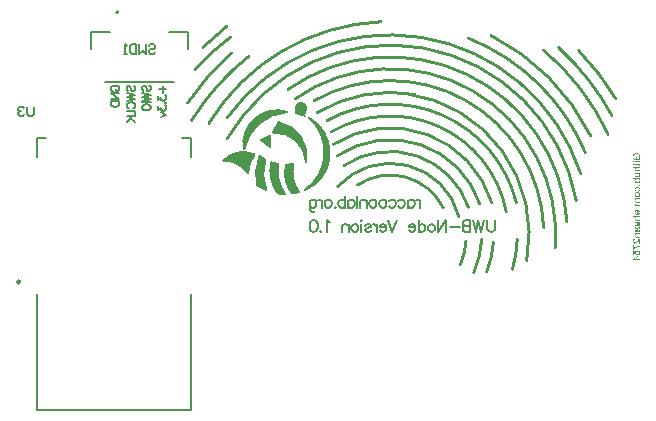
<source format=gbo>
G04*
G04 #@! TF.GenerationSoftware,Altium Limited,Altium Designer,21.6.1 (37)*
G04*
G04 Layer_Color=32896*
%FSLAX44Y44*%
%MOMM*%
G71*
G04*
G04 #@! TF.SameCoordinates,7EFE7859-96A0-42E5-BE75-6E9A05A26FBA*
G04*
G04*
G04 #@! TF.FilePolarity,Positive*
G04*
G01*
G75*
%ADD13C,0.1270*%
%ADD14C,0.2000*%
%ADD70C,0.2500*%
%ADD85C,0.2540*%
%ADD86C,0.0100*%
G36*
X976027Y429211D02*
X976027Y429211D01*
X976026Y429224D01*
X976026Y429250D01*
X976026Y429275D01*
X976025Y429301D01*
Y429314D01*
X976027Y429211D01*
D02*
G37*
G36*
X982412Y434396D02*
X984305Y433496D01*
X985692Y431925D01*
X986353Y429937D01*
X986267Y428893D01*
X986267Y428893D01*
X986266Y428881D01*
X986254Y428860D01*
X986234Y428846D01*
X986210Y428842D01*
X986198Y428845D01*
X985004Y422407D01*
X985004D01*
X985002Y422396D01*
X984989Y422377D01*
X984969Y422365D01*
X984946Y422363D01*
X984934Y422366D01*
X976102Y425330D01*
X976094Y425332D01*
X976080Y425342D01*
X976070Y425356D01*
X976065Y425372D01*
X976065Y425380D01*
X976027Y429211D01*
X976025Y429314D01*
Y430362D01*
X976847Y432289D01*
X978359Y433740D01*
X980319Y434482D01*
X982412Y434396D01*
D02*
G37*
G36*
X969750Y426057D02*
X969750Y426057D01*
X969750D01*
Y426057D01*
D02*
G37*
G36*
X954830Y396624D02*
X947169Y402212D01*
X948207Y402534D01*
X950225Y403334D01*
X952153Y404333D01*
X953969Y405523D01*
X954830Y406185D01*
Y396624D01*
D02*
G37*
G36*
X967418Y426839D02*
X969750Y426057D01*
X967566Y425877D01*
X963244Y425158D01*
X959027Y423968D01*
X954967Y422320D01*
X951113Y420237D01*
X947512Y417742D01*
X944206Y414865D01*
X941238Y411643D01*
X938642Y408113D01*
X936449Y404320D01*
X934688Y400308D01*
X933379Y396127D01*
X932899Y393988D01*
X932447Y396407D01*
X932390Y401327D01*
X933183Y406183D01*
X934800Y410830D01*
X937194Y415129D01*
X940294Y418951D01*
X944006Y422181D01*
X948219Y424723D01*
X952807Y426500D01*
X957633Y427461D01*
X962552Y427575D01*
X967418Y426839D01*
D02*
G37*
G36*
X946684Y388349D02*
X947883Y387505D01*
X949116Y386711D01*
X950379Y385967D01*
X951022Y385614D01*
Y385614D01*
Y385614D01*
D01*
X950518Y384035D01*
X949733Y380817D01*
X949247Y377539D01*
X949067Y374231D01*
X949193Y370920D01*
X949625Y367635D01*
X950358Y364404D01*
X951387Y361254D01*
X952010Y359718D01*
X950950Y360140D01*
X948879Y361093D01*
X946862Y362155D01*
X944903Y363323D01*
X943956Y363958D01*
X943325Y367058D01*
X942962Y373375D01*
X943506Y379680D01*
X944945Y385842D01*
X946097Y388788D01*
X946097Y388788D01*
X946684Y388349D01*
D02*
G37*
G36*
X962112Y417548D02*
X964005Y417178D01*
X967662Y415954D01*
X971130Y414268D01*
X974351Y412147D01*
X977271Y409628D01*
X979841Y406752D01*
X982018Y403568D01*
X983764Y400130D01*
X985052Y396494D01*
X985858Y392723D01*
X986171Y388879D01*
X985983Y385027D01*
X985641Y383129D01*
X985517Y384891D01*
X984920Y388371D01*
X983868Y391740D01*
X982379Y394942D01*
X980481Y397919D01*
X978206Y400618D01*
X975594Y402993D01*
X972691Y405002D01*
X969547Y406609D01*
X966219Y407787D01*
X962764Y408514D01*
X959244Y408779D01*
X957478Y408735D01*
X958277Y409705D01*
X959697Y411775D01*
X960865Y413997D01*
X961766Y416341D01*
X962112Y417548D01*
Y417548D01*
D02*
G37*
G36*
X985641Y383129D02*
X985641D01*
X985641Y383129D01*
Y383129D01*
D02*
G37*
G36*
X936708Y391824D02*
X940163Y390863D01*
X941796Y390123D01*
X941796Y390123D01*
X940598Y388291D01*
X938627Y384386D01*
X937256Y380232D01*
X936516Y375921D01*
X936388Y373736D01*
X936388D01*
X935528Y375033D01*
X933564Y377445D01*
X931301Y379579D01*
X928777Y381398D01*
X926038Y382871D01*
X923128Y383973D01*
X920100Y384683D01*
X917004Y384991D01*
X915448Y384992D01*
X916684Y386291D01*
X919526Y388478D01*
X922671Y390201D01*
X926043Y391420D01*
X929563Y392106D01*
X933146Y392242D01*
X936708Y391824D01*
D02*
G37*
G36*
X990370Y419892D02*
X994711Y416427D01*
X998439Y412311D01*
X1001460Y407650D01*
X1003694Y402566D01*
X1005084Y397189D01*
X1005594Y391658D01*
X1005210Y386118D01*
X1003943Y380710D01*
X1001825Y375576D01*
X998911Y370848D01*
X995277Y366648D01*
X993147Y364867D01*
X992143Y364139D01*
X990055Y362801D01*
X987894Y361586D01*
X985666Y360497D01*
X984522Y360018D01*
X986862Y361795D01*
X991108Y365851D01*
X994698Y370497D01*
X997552Y375630D01*
X999603Y381132D01*
X1000807Y386879D01*
X1001135Y392742D01*
X1000580Y398588D01*
X999156Y404285D01*
X996893Y409703D01*
X993844Y414722D01*
X990077Y419226D01*
X987950Y421253D01*
X990370Y419892D01*
D02*
G37*
G36*
X974477Y380442D02*
X974069Y377350D01*
X974008Y374231D01*
X974297Y371125D01*
X974931Y368072D01*
X975903Y365107D01*
X977200Y362271D01*
X978806Y359596D01*
X979718Y358331D01*
Y358331D01*
X978993Y358124D01*
X977530Y357760D01*
X976054Y357448D01*
X974568Y357188D01*
X973822Y357085D01*
Y357085D01*
X972785Y358323D01*
X971026Y361032D01*
X969609Y363935D01*
X968555Y366989D01*
X967879Y370147D01*
X967591Y373365D01*
X967695Y376593D01*
X968190Y379785D01*
X968629Y381339D01*
X968629D01*
X969407Y381360D01*
X970959Y381450D01*
X972506Y381607D01*
X974045Y381830D01*
X974811Y381967D01*
X974811Y381967D01*
X974477Y380442D01*
D02*
G37*
G36*
X956738Y383162D02*
X958234Y382703D01*
X959749Y382309D01*
X961279Y381982D01*
X962049Y381843D01*
X961764Y380206D01*
X961455Y376898D01*
X961495Y373576D01*
X961885Y370277D01*
X962620Y367037D01*
X963692Y363893D01*
X965089Y360879D01*
X966796Y358029D01*
X967759Y356675D01*
X966972Y356678D01*
X965397Y356740D01*
X963827Y356861D01*
X962262Y357039D01*
X961483Y357156D01*
X960471Y358558D01*
X958752Y361557D01*
X957357Y364719D01*
X956300Y368010D01*
X955593Y371394D01*
X955244Y374833D01*
X955257Y378290D01*
X955632Y381726D01*
X955998Y383415D01*
Y383415D01*
X956738Y383162D01*
D02*
G37*
G36*
X1265569Y391269D02*
X1265893Y391222D01*
X1266041Y391194D01*
X1266179Y391167D01*
X1266318Y391130D01*
X1266438Y391093D01*
X1266549Y391056D01*
X1266642Y391019D01*
X1266734Y390991D01*
X1266799Y390963D01*
X1266863Y390936D01*
X1266900Y390917D01*
X1266928Y390899D01*
X1266937D01*
X1267206Y390732D01*
X1267437Y390547D01*
X1267640Y390353D01*
X1267806Y390168D01*
X1267936Y389993D01*
X1267982Y389928D01*
X1268028Y389863D01*
X1268056Y389808D01*
X1268084Y389771D01*
X1268093Y389743D01*
X1268102Y389734D01*
X1268176Y389586D01*
X1268232Y389438D01*
X1268334Y389142D01*
X1268398Y388855D01*
X1268454Y388587D01*
X1268463Y388467D01*
X1268482Y388356D01*
X1268491Y388254D01*
Y388171D01*
X1268500Y388106D01*
Y388014D01*
X1268491Y387755D01*
X1268463Y387505D01*
X1268417Y387274D01*
X1268371Y387071D01*
X1268352Y386988D01*
X1268334Y386905D01*
X1268306Y386831D01*
X1268287Y386766D01*
X1268269Y386720D01*
X1268260Y386683D01*
X1268250Y386664D01*
Y386655D01*
X1268149Y386405D01*
X1268028Y386174D01*
X1267899Y385952D01*
X1267779Y385758D01*
X1267723Y385675D01*
X1267668Y385592D01*
X1267622Y385527D01*
X1267585Y385471D01*
X1267548Y385425D01*
X1267520Y385388D01*
X1267511Y385370D01*
X1267501Y385360D01*
X1265125D01*
Y388079D01*
X1265883D01*
Y386193D01*
X1267085D01*
X1267178Y386304D01*
X1267261Y386433D01*
X1267335Y386572D01*
X1267400Y386701D01*
X1267455Y386812D01*
X1267501Y386914D01*
X1267520Y386951D01*
X1267529Y386969D01*
X1267538Y386988D01*
Y386997D01*
X1267603Y387191D01*
X1267659Y387385D01*
X1267696Y387561D01*
X1267714Y387727D01*
X1267733Y387866D01*
Y387922D01*
X1267742Y387977D01*
Y388069D01*
X1267733Y388301D01*
X1267696Y388522D01*
X1267649Y388726D01*
X1267603Y388911D01*
X1267548Y389059D01*
X1267529Y389123D01*
X1267511Y389170D01*
X1267492Y389216D01*
X1267474Y389244D01*
X1267464Y389262D01*
Y389271D01*
X1267344Y389466D01*
X1267215Y389641D01*
X1267076Y389789D01*
X1266937Y389909D01*
X1266808Y390011D01*
X1266706Y390076D01*
X1266669Y390103D01*
X1266642Y390113D01*
X1266623Y390131D01*
X1266614D01*
X1266383Y390224D01*
X1266142Y390298D01*
X1265902Y390344D01*
X1265671Y390381D01*
X1265569Y390390D01*
X1265477Y390399D01*
X1265384Y390409D01*
X1265310D01*
X1265255Y390418D01*
X1265209D01*
X1265181D01*
X1265172D01*
X1264913Y390409D01*
X1264681Y390381D01*
X1264460Y390344D01*
X1264266Y390298D01*
X1264182Y390279D01*
X1264108Y390252D01*
X1264044Y390233D01*
X1263988Y390215D01*
X1263942Y390196D01*
X1263914Y390187D01*
X1263896Y390177D01*
X1263886D01*
X1263757Y390113D01*
X1263637Y390048D01*
X1263526Y389983D01*
X1263433Y389919D01*
X1263359Y389863D01*
X1263295Y389817D01*
X1263258Y389780D01*
X1263249Y389771D01*
X1263147Y389669D01*
X1263054Y389558D01*
X1262980Y389438D01*
X1262906Y389327D01*
X1262860Y389235D01*
X1262814Y389160D01*
X1262795Y389105D01*
X1262786Y389086D01*
X1262721Y388920D01*
X1262675Y388754D01*
X1262647Y388578D01*
X1262620Y388421D01*
X1262610Y388282D01*
Y388227D01*
X1262601Y388181D01*
Y388079D01*
X1262610Y387903D01*
X1262629Y387737D01*
X1262657Y387589D01*
X1262684Y387459D01*
X1262721Y387348D01*
X1262749Y387265D01*
X1262768Y387219D01*
X1262777Y387200D01*
X1262842Y387062D01*
X1262916Y386941D01*
X1262990Y386831D01*
X1263064Y386747D01*
X1263128Y386683D01*
X1263175Y386627D01*
X1263212Y386600D01*
X1263221Y386590D01*
X1263332Y386507D01*
X1263461Y386442D01*
X1263581Y386378D01*
X1263711Y386322D01*
X1263822Y386285D01*
X1263905Y386257D01*
X1263942Y386248D01*
X1263970Y386239D01*
X1263979Y386230D01*
X1263988D01*
X1263785Y385462D01*
X1263554Y385527D01*
X1263350Y385610D01*
X1263165Y385693D01*
X1263017Y385767D01*
X1262897Y385841D01*
X1262814Y385897D01*
X1262758Y385934D01*
X1262740Y385952D01*
X1262592Y386082D01*
X1262472Y386220D01*
X1262361Y386368D01*
X1262268Y386507D01*
X1262204Y386636D01*
X1262148Y386738D01*
X1262130Y386775D01*
X1262121Y386803D01*
X1262111Y386821D01*
Y386831D01*
X1262037Y387043D01*
X1261982Y387265D01*
X1261936Y387468D01*
X1261908Y387663D01*
X1261889Y387838D01*
Y387912D01*
X1261880Y387968D01*
Y388264D01*
X1261899Y388430D01*
X1261945Y388754D01*
X1261973Y388902D01*
X1262010Y389040D01*
X1262037Y389170D01*
X1262074Y389290D01*
X1262111Y389401D01*
X1262148Y389493D01*
X1262185Y389576D01*
X1262213Y389650D01*
X1262241Y389706D01*
X1262259Y389743D01*
X1262268Y389771D01*
X1262278Y389780D01*
X1262361Y389909D01*
X1262444Y390039D01*
X1262638Y390261D01*
X1262832Y390455D01*
X1263036Y390612D01*
X1263212Y390742D01*
X1263285Y390788D01*
X1263359Y390825D01*
X1263415Y390862D01*
X1263452Y390880D01*
X1263480Y390889D01*
X1263489Y390899D01*
X1263794Y391028D01*
X1264099Y391121D01*
X1264395Y391194D01*
X1264534Y391213D01*
X1264663Y391241D01*
X1264783Y391250D01*
X1264885Y391269D01*
X1264987Y391278D01*
X1265070D01*
X1265135Y391287D01*
X1265181D01*
X1265218D01*
X1265227D01*
X1265569Y391269D01*
D02*
G37*
G36*
X1268389Y383428D02*
X1263748D01*
Y384214D01*
X1268389D01*
Y383428D01*
D02*
G37*
G36*
X1262888D02*
X1261991D01*
Y384214D01*
X1262888D01*
Y383428D01*
D02*
G37*
G36*
X1264358Y382097D02*
X1267039D01*
X1267169D01*
X1267280D01*
X1267381Y382088D01*
X1267483Y382078D01*
X1267566D01*
X1267640Y382069D01*
X1267760Y382051D01*
X1267853Y382032D01*
X1267917Y382023D01*
X1267954Y382004D01*
X1267964D01*
X1268047Y381967D01*
X1268112Y381912D01*
X1268176Y381856D01*
X1268223Y381810D01*
X1268269Y381755D01*
X1268297Y381718D01*
X1268315Y381690D01*
X1268324Y381681D01*
X1268371Y381579D01*
X1268398Y381477D01*
X1268426Y381366D01*
X1268435Y381255D01*
X1268445Y381163D01*
X1268454Y381089D01*
Y381015D01*
X1268445Y380812D01*
X1268435Y380710D01*
X1268417Y380618D01*
X1268408Y380534D01*
X1268398Y380470D01*
X1268389Y380433D01*
Y380414D01*
X1267696Y380516D01*
X1267705Y380590D01*
X1267714Y380664D01*
Y380728D01*
X1267723Y380775D01*
Y380867D01*
X1267714Y380987D01*
X1267696Y381071D01*
X1267677Y381117D01*
X1267668Y381135D01*
X1267622Y381200D01*
X1267575Y381237D01*
X1267538Y381265D01*
X1267520Y381274D01*
X1267474Y381283D01*
X1267409Y381292D01*
X1267261Y381302D01*
X1267196Y381311D01*
X1267141D01*
X1267104D01*
X1267085D01*
X1264358D01*
Y380516D01*
X1263748D01*
Y381311D01*
X1262130D01*
X1262601Y382097D01*
X1263748D01*
Y382679D01*
X1264358D01*
Y382097D01*
D02*
G37*
G36*
X1268389Y378953D02*
X1265856D01*
X1265662Y378944D01*
X1265495Y378935D01*
X1265347Y378916D01*
X1265227Y378889D01*
X1265135Y378861D01*
X1265061Y378842D01*
X1265024Y378833D01*
X1265005Y378824D01*
X1264894Y378768D01*
X1264792Y378704D01*
X1264709Y378630D01*
X1264635Y378556D01*
X1264580Y378491D01*
X1264543Y378436D01*
X1264515Y378399D01*
X1264506Y378389D01*
X1264441Y378269D01*
X1264395Y378158D01*
X1264367Y378047D01*
X1264339Y377955D01*
X1264330Y377862D01*
X1264321Y377798D01*
Y377742D01*
X1264330Y377576D01*
X1264367Y377428D01*
X1264404Y377308D01*
X1264460Y377206D01*
X1264506Y377123D01*
X1264552Y377067D01*
X1264589Y377030D01*
X1264598Y377021D01*
X1264709Y376938D01*
X1264848Y376873D01*
X1264987Y376827D01*
X1265125Y376790D01*
X1265255Y376771D01*
X1265356Y376762D01*
X1265393D01*
X1265421D01*
X1265440D01*
X1265449D01*
X1268389D01*
Y375976D01*
X1265458D01*
X1265218Y375985D01*
X1265005Y376004D01*
X1264829Y376032D01*
X1264681Y376059D01*
X1264561Y376087D01*
X1264478Y376115D01*
X1264432Y376133D01*
X1264413Y376143D01*
X1264284Y376217D01*
X1264173Y376300D01*
X1264081Y376392D01*
X1263997Y376475D01*
X1263933Y376559D01*
X1263886Y376623D01*
X1263859Y376670D01*
X1263849Y376688D01*
X1263785Y376836D01*
X1263729Y376984D01*
X1263692Y377132D01*
X1263674Y377271D01*
X1263655Y377391D01*
X1263646Y377492D01*
Y377576D01*
X1263655Y377724D01*
X1263674Y377872D01*
X1263701Y378010D01*
X1263748Y378140D01*
X1263849Y378380D01*
X1263905Y378482D01*
X1263960Y378574D01*
X1264025Y378657D01*
X1264081Y378741D01*
X1264136Y378805D01*
X1264182Y378852D01*
X1264229Y378898D01*
X1264256Y378926D01*
X1264275Y378944D01*
X1264284Y378953D01*
X1261991D01*
Y379739D01*
X1268389D01*
Y378953D01*
D02*
G37*
G36*
X1266956Y374774D02*
X1267076Y374765D01*
X1267187Y374756D01*
X1267261D01*
X1267317Y374747D01*
X1267354Y374737D01*
X1267363D01*
X1267483Y374710D01*
X1267594Y374673D01*
X1267696Y374636D01*
X1267779Y374589D01*
X1267853Y374552D01*
X1267899Y374525D01*
X1267936Y374506D01*
X1267945Y374497D01*
X1268028Y374423D01*
X1268102Y374340D01*
X1268167Y374257D01*
X1268223Y374164D01*
X1268269Y374090D01*
X1268306Y374025D01*
X1268324Y373988D01*
X1268334Y373970D01*
X1268389Y373831D01*
X1268426Y373702D01*
X1268454Y373572D01*
X1268472Y373452D01*
X1268482Y373350D01*
X1268491Y373267D01*
Y373203D01*
X1268482Y373036D01*
X1268454Y372870D01*
X1268417Y372722D01*
X1268371Y372574D01*
X1268306Y372444D01*
X1268241Y372324D01*
X1268176Y372213D01*
X1268102Y372112D01*
X1268028Y372019D01*
X1267964Y371945D01*
X1267890Y371880D01*
X1267834Y371825D01*
X1267788Y371779D01*
X1267751Y371751D01*
X1267723Y371732D01*
X1267714Y371723D01*
X1268389D01*
Y371021D01*
X1263748D01*
Y371806D01*
X1266235D01*
X1266447Y371816D01*
X1266632Y371825D01*
X1266789Y371843D01*
X1266919Y371871D01*
X1267021Y371899D01*
X1267095Y371917D01*
X1267132Y371927D01*
X1267150Y371936D01*
X1267261Y371991D01*
X1267354Y372056D01*
X1267437Y372130D01*
X1267511Y372204D01*
X1267566Y372269D01*
X1267603Y372324D01*
X1267631Y372361D01*
X1267640Y372380D01*
X1267696Y372500D01*
X1267742Y372620D01*
X1267769Y372731D01*
X1267797Y372833D01*
X1267806Y372916D01*
X1267816Y372981D01*
Y373045D01*
X1267806Y373175D01*
X1267788Y373286D01*
X1267760Y373387D01*
X1267723Y373471D01*
X1267696Y373545D01*
X1267668Y373591D01*
X1267649Y373628D01*
X1267640Y373637D01*
X1267566Y373720D01*
X1267492Y373785D01*
X1267409Y373840D01*
X1267335Y373887D01*
X1267261Y373914D01*
X1267206Y373933D01*
X1267169Y373951D01*
X1267159D01*
X1267058Y373970D01*
X1266937Y373979D01*
X1266799Y373988D01*
X1266660D01*
X1266531Y373998D01*
X1266429D01*
X1266383D01*
X1266355D01*
X1266337D01*
X1266327D01*
X1263748D01*
Y374784D01*
X1266623D01*
X1266799D01*
X1266956Y374774D01*
D02*
G37*
G36*
X1268389Y369079D02*
X1267806D01*
X1267927Y368987D01*
X1268028Y368894D01*
X1268121Y368792D01*
X1268204Y368681D01*
X1268269Y368580D01*
X1268324Y368469D01*
X1268371Y368367D01*
X1268408Y368265D01*
X1268454Y368080D01*
X1268472Y367997D01*
X1268482Y367933D01*
Y367877D01*
X1268491Y367831D01*
Y367794D01*
X1268482Y367646D01*
X1268463Y367498D01*
X1268435Y367359D01*
X1268389Y367230D01*
X1268287Y366980D01*
X1268223Y366879D01*
X1268167Y366777D01*
X1268102Y366684D01*
X1268047Y366610D01*
X1267991Y366546D01*
X1267945Y366481D01*
X1267899Y366435D01*
X1267871Y366407D01*
X1267853Y366389D01*
X1267843Y366379D01*
X1267714Y366278D01*
X1267575Y366185D01*
X1267437Y366102D01*
X1267280Y366037D01*
X1267132Y365982D01*
X1266974Y365936D01*
X1266679Y365862D01*
X1266540Y365834D01*
X1266410Y365815D01*
X1266300Y365806D01*
X1266198Y365797D01*
X1266115Y365788D01*
X1266059D01*
X1266013D01*
X1266004D01*
X1265819Y365797D01*
X1265643Y365806D01*
X1265486Y365834D01*
X1265347Y365862D01*
X1265227Y365889D01*
X1265135Y365908D01*
X1265107Y365917D01*
X1265079Y365926D01*
X1265070Y365936D01*
X1265061D01*
X1264903Y365991D01*
X1264755Y366056D01*
X1264626Y366120D01*
X1264515Y366185D01*
X1264432Y366241D01*
X1264367Y366287D01*
X1264321Y366315D01*
X1264312Y366324D01*
X1264201Y366416D01*
X1264099Y366527D01*
X1264016Y366629D01*
X1263951Y366731D01*
X1263896Y366814D01*
X1263849Y366888D01*
X1263831Y366934D01*
X1263822Y366953D01*
X1263766Y367091D01*
X1263720Y367239D01*
X1263692Y367378D01*
X1263664Y367498D01*
X1263655Y367600D01*
X1263646Y367683D01*
Y367757D01*
X1263655Y367896D01*
X1263674Y368034D01*
X1263701Y368164D01*
X1263748Y368284D01*
X1263840Y368497D01*
X1263960Y368681D01*
X1264016Y368755D01*
X1264071Y368829D01*
X1264127Y368885D01*
X1264173Y368931D01*
X1264219Y368977D01*
X1264247Y369005D01*
X1264266Y369014D01*
X1264275Y369024D01*
X1261991D01*
Y369809D01*
X1268389D01*
Y369079D01*
D02*
G37*
G36*
Y363698D02*
X1267492D01*
Y364595D01*
X1268389D01*
Y363698D01*
D02*
G37*
G36*
X1266300Y362552D02*
X1266494Y362533D01*
X1266688Y362505D01*
X1266854Y362468D01*
X1267021Y362431D01*
X1267159Y362376D01*
X1267298Y362330D01*
X1267418Y362274D01*
X1267520Y362219D01*
X1267612Y362173D01*
X1267696Y362117D01*
X1267760Y362080D01*
X1267806Y362043D01*
X1267843Y362015D01*
X1267862Y361997D01*
X1267871Y361988D01*
X1267982Y361877D01*
X1268075Y361757D01*
X1268158Y361636D01*
X1268232Y361507D01*
X1268287Y361377D01*
X1268343Y361257D01*
X1268417Y361008D01*
X1268435Y360897D01*
X1268454Y360795D01*
X1268472Y360703D01*
X1268482Y360619D01*
X1268491Y360555D01*
Y360462D01*
X1268482Y360323D01*
X1268472Y360185D01*
X1268417Y359944D01*
X1268352Y359723D01*
X1268269Y359538D01*
X1268223Y359464D01*
X1268186Y359390D01*
X1268149Y359325D01*
X1268112Y359279D01*
X1268084Y359242D01*
X1268065Y359214D01*
X1268056Y359196D01*
X1268047Y359186D01*
X1267954Y359094D01*
X1267862Y359011D01*
X1267659Y358863D01*
X1267446Y358742D01*
X1267252Y358659D01*
X1267067Y358595D01*
X1266993Y358576D01*
X1266919Y358558D01*
X1266863Y358548D01*
X1266826Y358539D01*
X1266799Y358530D01*
X1266789D01*
X1266688Y359306D01*
X1266891Y359343D01*
X1267076Y359399D01*
X1267224Y359473D01*
X1267344Y359538D01*
X1267446Y359602D01*
X1267511Y359658D01*
X1267557Y359686D01*
X1267566Y359704D01*
X1267659Y359824D01*
X1267723Y359954D01*
X1267779Y360083D01*
X1267806Y360203D01*
X1267825Y360305D01*
X1267834Y360397D01*
X1267843Y360453D01*
Y360471D01*
X1267834Y360573D01*
X1267825Y360675D01*
X1267779Y360860D01*
X1267714Y361017D01*
X1267631Y361156D01*
X1267557Y361257D01*
X1267492Y361340D01*
X1267446Y361387D01*
X1267428Y361405D01*
X1267344Y361470D01*
X1267243Y361525D01*
X1267039Y361609D01*
X1266808Y361673D01*
X1266586Y361710D01*
X1266383Y361738D01*
X1266300Y361747D01*
X1266216D01*
X1266161Y361757D01*
X1266105D01*
X1266078D01*
X1266068D01*
X1265902D01*
X1265745Y361738D01*
X1265597Y361720D01*
X1265467Y361701D01*
X1265347Y361673D01*
X1265236Y361636D01*
X1265135Y361609D01*
X1265042Y361572D01*
X1264968Y361535D01*
X1264903Y361507D01*
X1264848Y361470D01*
X1264802Y361442D01*
X1264765Y361424D01*
X1264737Y361405D01*
X1264728Y361387D01*
X1264718D01*
X1264644Y361313D01*
X1264580Y361239D01*
X1264469Y361082D01*
X1264395Y360915D01*
X1264349Y360767D01*
X1264312Y360629D01*
X1264302Y360527D01*
X1264293Y360481D01*
Y360425D01*
X1264302Y360286D01*
X1264330Y360157D01*
X1264367Y360046D01*
X1264413Y359944D01*
X1264460Y359870D01*
X1264497Y359806D01*
X1264524Y359769D01*
X1264534Y359759D01*
X1264626Y359667D01*
X1264737Y359584D01*
X1264857Y359510D01*
X1264968Y359464D01*
X1265070Y359417D01*
X1265153Y359390D01*
X1265209Y359380D01*
X1265218Y359371D01*
X1265227D01*
X1265107Y358604D01*
X1264857Y358669D01*
X1264644Y358761D01*
X1264460Y358863D01*
X1264312Y358964D01*
X1264192Y359066D01*
X1264108Y359149D01*
X1264053Y359205D01*
X1264034Y359214D01*
Y359223D01*
X1263905Y359417D01*
X1263812Y359621D01*
X1263738Y359824D01*
X1263692Y360018D01*
X1263664Y360194D01*
X1263655Y360268D01*
Y360323D01*
X1263646Y360379D01*
Y360453D01*
X1263655Y360675D01*
X1263692Y360878D01*
X1263738Y361072D01*
X1263785Y361230D01*
X1263840Y361368D01*
X1263868Y361424D01*
X1263886Y361470D01*
X1263905Y361507D01*
X1263923Y361535D01*
X1263933Y361553D01*
Y361562D01*
X1264044Y361738D01*
X1264182Y361895D01*
X1264321Y362025D01*
X1264460Y362136D01*
X1264580Y362219D01*
X1264681Y362274D01*
X1264718Y362293D01*
X1264746Y362311D01*
X1264765Y362321D01*
X1264774D01*
X1264996Y362404D01*
X1265218Y362459D01*
X1265440Y362505D01*
X1265643Y362533D01*
X1265735Y362542D01*
X1265819Y362552D01*
X1265893D01*
X1265957Y362561D01*
X1266013D01*
X1266050D01*
X1266078D01*
X1266087D01*
X1266300Y362552D01*
D02*
G37*
G36*
X1266281Y358142D02*
X1266484Y358123D01*
X1266669Y358095D01*
X1266845Y358058D01*
X1267002Y358012D01*
X1267150Y357966D01*
X1267289Y357910D01*
X1267409Y357855D01*
X1267520Y357799D01*
X1267612Y357744D01*
X1267686Y357698D01*
X1267751Y357651D01*
X1267806Y357615D01*
X1267843Y357587D01*
X1267862Y357568D01*
X1267871Y357559D01*
X1267982Y357439D01*
X1268075Y357319D01*
X1268158Y357189D01*
X1268232Y357060D01*
X1268287Y356930D01*
X1268343Y356792D01*
X1268417Y356542D01*
X1268435Y356431D01*
X1268454Y356320D01*
X1268472Y356228D01*
X1268482Y356144D01*
X1268491Y356071D01*
Y355978D01*
X1268482Y355756D01*
X1268445Y355553D01*
X1268398Y355359D01*
X1268352Y355201D01*
X1268297Y355063D01*
X1268278Y355007D01*
X1268260Y354961D01*
X1268241Y354915D01*
X1268223Y354887D01*
X1268213Y354878D01*
Y354869D01*
X1268093Y354684D01*
X1267964Y354526D01*
X1267834Y354388D01*
X1267705Y354277D01*
X1267594Y354194D01*
X1267501Y354129D01*
X1267464Y354110D01*
X1267437Y354092D01*
X1267428Y354083D01*
X1267418D01*
X1267206Y353990D01*
X1266974Y353926D01*
X1266743Y353870D01*
X1266512Y353842D01*
X1266410Y353824D01*
X1266318D01*
X1266226Y353815D01*
X1266152Y353805D01*
X1266087D01*
X1266041D01*
X1266013D01*
X1266004D01*
X1265800Y353815D01*
X1265615Y353833D01*
X1265440Y353861D01*
X1265273Y353898D01*
X1265116Y353944D01*
X1264977Y353999D01*
X1264839Y354055D01*
X1264728Y354110D01*
X1264626Y354166D01*
X1264534Y354221D01*
X1264450Y354277D01*
X1264386Y354323D01*
X1264339Y354360D01*
X1264302Y354388D01*
X1264284Y354406D01*
X1264275Y354416D01*
X1264164Y354536D01*
X1264071Y354656D01*
X1263979Y354785D01*
X1263914Y354915D01*
X1263849Y355044D01*
X1263803Y355174D01*
X1263720Y355423D01*
X1263701Y355544D01*
X1263683Y355645D01*
X1263664Y355738D01*
X1263655Y355821D01*
X1263646Y355886D01*
Y355978D01*
X1263655Y356135D01*
X1263664Y356283D01*
X1263729Y356570D01*
X1263812Y356819D01*
X1263859Y356930D01*
X1263905Y357032D01*
X1263951Y357124D01*
X1263997Y357198D01*
X1264044Y357272D01*
X1264081Y357328D01*
X1264118Y357374D01*
X1264145Y357411D01*
X1264155Y357430D01*
X1264164Y357439D01*
X1264284Y357568D01*
X1264423Y357670D01*
X1264571Y357772D01*
X1264718Y357846D01*
X1264876Y357920D01*
X1265042Y357975D01*
X1265199Y358021D01*
X1265347Y358058D01*
X1265495Y358095D01*
X1265625Y358114D01*
X1265754Y358132D01*
X1265856Y358142D01*
X1265948D01*
X1266013Y358151D01*
X1266050D01*
X1266068D01*
X1266281Y358142D01*
D02*
G37*
G36*
X1268389Y352104D02*
X1265985D01*
X1265763Y352095D01*
X1265569Y352086D01*
X1265403Y352067D01*
X1265264Y352039D01*
X1265162Y352012D01*
X1265088Y351993D01*
X1265042Y351984D01*
X1265024Y351975D01*
X1264903Y351919D01*
X1264802Y351855D01*
X1264709Y351790D01*
X1264635Y351725D01*
X1264580Y351660D01*
X1264543Y351614D01*
X1264515Y351577D01*
X1264506Y351568D01*
X1264450Y351457D01*
X1264404Y351355D01*
X1264376Y351244D01*
X1264349Y351152D01*
X1264339Y351078D01*
X1264330Y351013D01*
Y350958D01*
X1264339Y350801D01*
X1264367Y350671D01*
X1264413Y350560D01*
X1264460Y350477D01*
X1264515Y350412D01*
X1264552Y350366D01*
X1264589Y350338D01*
X1264598Y350329D01*
X1264709Y350264D01*
X1264829Y350218D01*
X1264959Y350181D01*
X1265088Y350163D01*
X1265199Y350144D01*
X1265301Y350135D01*
X1265338D01*
X1265356D01*
X1265375D01*
X1265384D01*
X1268389D01*
Y349349D01*
X1265698D01*
X1265449Y349330D01*
X1265236Y349294D01*
X1265061Y349247D01*
X1264913Y349183D01*
X1264802Y349127D01*
X1264728Y349072D01*
X1264681Y349035D01*
X1264663Y349025D01*
X1264552Y348896D01*
X1264469Y348757D01*
X1264413Y348619D01*
X1264367Y348489D01*
X1264349Y348378D01*
X1264339Y348286D01*
X1264330Y348249D01*
Y348203D01*
X1264339Y348101D01*
X1264349Y348018D01*
X1264367Y347934D01*
X1264395Y347870D01*
X1264423Y347805D01*
X1264441Y347768D01*
X1264450Y347740D01*
X1264460Y347731D01*
X1264515Y347657D01*
X1264571Y347602D01*
X1264626Y347555D01*
X1264681Y347518D01*
X1264728Y347491D01*
X1264765Y347472D01*
X1264792Y347454D01*
X1264802D01*
X1264885Y347426D01*
X1264996Y347407D01*
X1265107Y347398D01*
X1265218Y347389D01*
X1265320Y347380D01*
X1265403D01*
X1265458D01*
X1265467D01*
X1265477D01*
X1268389D01*
Y346594D01*
X1265209D01*
X1265061D01*
X1264931Y346612D01*
X1264802Y346631D01*
X1264691Y346649D01*
X1264580Y346677D01*
X1264487Y346714D01*
X1264404Y346742D01*
X1264321Y346779D01*
X1264256Y346816D01*
X1264192Y346843D01*
X1264108Y346908D01*
X1264053Y346945D01*
X1264034Y346964D01*
X1263905Y347112D01*
X1263812Y347287D01*
X1263738Y347463D01*
X1263692Y347629D01*
X1263664Y347786D01*
X1263655Y347851D01*
Y347916D01*
X1263646Y347962D01*
Y348027D01*
X1263655Y348193D01*
X1263683Y348341D01*
X1263720Y348489D01*
X1263775Y348628D01*
X1263840Y348757D01*
X1263905Y348877D01*
X1263979Y348979D01*
X1264053Y349081D01*
X1264136Y349173D01*
X1264210Y349247D01*
X1264275Y349312D01*
X1264339Y349367D01*
X1264395Y349414D01*
X1264432Y349441D01*
X1264460Y349460D01*
X1264469Y349469D01*
X1264330Y349525D01*
X1264210Y349599D01*
X1264108Y349682D01*
X1264025Y349756D01*
X1263951Y349830D01*
X1263905Y349885D01*
X1263877Y349922D01*
X1263868Y349941D01*
X1263794Y350070D01*
X1263738Y350209D01*
X1263701Y350348D01*
X1263674Y350486D01*
X1263655Y350597D01*
X1263646Y350699D01*
Y350782D01*
X1263655Y350948D01*
X1263683Y351106D01*
X1263711Y351244D01*
X1263748Y351365D01*
X1263794Y351466D01*
X1263822Y351540D01*
X1263849Y351586D01*
X1263859Y351605D01*
X1263942Y351734D01*
X1264034Y351845D01*
X1264127Y351947D01*
X1264219Y352030D01*
X1264293Y352095D01*
X1264358Y352150D01*
X1264395Y352178D01*
X1264413Y352187D01*
X1263748D01*
Y352890D01*
X1268389D01*
Y352104D01*
D02*
G37*
G36*
X1268500Y345392D02*
X1261880Y343534D01*
Y344162D01*
X1268500Y346021D01*
Y345392D01*
D02*
G37*
G36*
X1266318Y343201D02*
X1266512Y343182D01*
X1266697Y343154D01*
X1266863Y343117D01*
X1267021Y343071D01*
X1267169Y343025D01*
X1267298Y342970D01*
X1267418Y342914D01*
X1267520Y342859D01*
X1267612Y342803D01*
X1267686Y342757D01*
X1267751Y342711D01*
X1267806Y342674D01*
X1267843Y342646D01*
X1267862Y342627D01*
X1267871Y342618D01*
X1267982Y342498D01*
X1268075Y342378D01*
X1268158Y342248D01*
X1268232Y342110D01*
X1268287Y341980D01*
X1268343Y341842D01*
X1268417Y341583D01*
X1268435Y341462D01*
X1268454Y341352D01*
X1268472Y341250D01*
X1268482Y341167D01*
X1268491Y341102D01*
Y341000D01*
X1268472Y340714D01*
X1268426Y340455D01*
X1268371Y340224D01*
X1268334Y340131D01*
X1268297Y340039D01*
X1268260Y339955D01*
X1268223Y339881D01*
X1268195Y339826D01*
X1268167Y339771D01*
X1268139Y339734D01*
X1268121Y339706D01*
X1268102Y339687D01*
Y339678D01*
X1267936Y339493D01*
X1267760Y339345D01*
X1267575Y339216D01*
X1267400Y339123D01*
X1267243Y339049D01*
X1267169Y339022D01*
X1267113Y338994D01*
X1267058Y338975D01*
X1267021Y338966D01*
X1267002Y338957D01*
X1266993D01*
X1266891Y339771D01*
X1267067Y339845D01*
X1267215Y339928D01*
X1267344Y340011D01*
X1267446Y340085D01*
X1267520Y340150D01*
X1267575Y340205D01*
X1267612Y340251D01*
X1267622Y340261D01*
X1267696Y340381D01*
X1267751Y340501D01*
X1267788Y340630D01*
X1267816Y340741D01*
X1267834Y340843D01*
X1267843Y340926D01*
Y341000D01*
X1267834Y341111D01*
X1267825Y341213D01*
X1267779Y341398D01*
X1267714Y341564D01*
X1267640Y341712D01*
X1267575Y341823D01*
X1267511Y341906D01*
X1267464Y341962D01*
X1267446Y341971D01*
Y341980D01*
X1267280Y342110D01*
X1267095Y342211D01*
X1266891Y342285D01*
X1266706Y342341D01*
X1266540Y342369D01*
X1266466Y342387D01*
X1266401Y342396D01*
X1266346D01*
X1266309Y342406D01*
X1266281D01*
X1266272D01*
Y338938D01*
X1266179Y338929D01*
X1266115D01*
X1266078D01*
X1266068D01*
X1265856Y338938D01*
X1265662Y338957D01*
X1265477Y338985D01*
X1265301Y339022D01*
X1265144Y339068D01*
X1264996Y339114D01*
X1264866Y339170D01*
X1264746Y339225D01*
X1264635Y339281D01*
X1264543Y339336D01*
X1264469Y339382D01*
X1264404Y339428D01*
X1264349Y339465D01*
X1264312Y339493D01*
X1264293Y339512D01*
X1264284Y339521D01*
X1264173Y339632D01*
X1264071Y339752D01*
X1263988Y339881D01*
X1263914Y340011D01*
X1263849Y340140D01*
X1263803Y340261D01*
X1263757Y340390D01*
X1263729Y340501D01*
X1263701Y340621D01*
X1263683Y340723D01*
X1263664Y340815D01*
X1263655Y340889D01*
X1263646Y340954D01*
Y341046D01*
X1263655Y341222D01*
X1263674Y341389D01*
X1263701Y341546D01*
X1263748Y341694D01*
X1263794Y341832D01*
X1263849Y341962D01*
X1263905Y342082D01*
X1263970Y342184D01*
X1264025Y342285D01*
X1264090Y342369D01*
X1264145Y342443D01*
X1264192Y342498D01*
X1264238Y342544D01*
X1264266Y342581D01*
X1264284Y342600D01*
X1264293Y342609D01*
X1264423Y342711D01*
X1264561Y342803D01*
X1264700Y342886D01*
X1264848Y342960D01*
X1265005Y343016D01*
X1265153Y343062D01*
X1265449Y343136D01*
X1265578Y343164D01*
X1265708Y343182D01*
X1265819Y343191D01*
X1265920Y343201D01*
X1266004Y343210D01*
X1266059D01*
X1266105D01*
X1266115D01*
X1266318Y343201D01*
D02*
G37*
G36*
X1268389Y337182D02*
X1265856D01*
X1265662Y337173D01*
X1265495Y337163D01*
X1265347Y337145D01*
X1265227Y337117D01*
X1265135Y337089D01*
X1265061Y337071D01*
X1265024Y337062D01*
X1265005Y337052D01*
X1264894Y336997D01*
X1264792Y336932D01*
X1264709Y336858D01*
X1264635Y336784D01*
X1264580Y336719D01*
X1264543Y336664D01*
X1264515Y336627D01*
X1264506Y336618D01*
X1264441Y336497D01*
X1264395Y336387D01*
X1264367Y336276D01*
X1264339Y336183D01*
X1264330Y336091D01*
X1264321Y336026D01*
Y335970D01*
X1264330Y335804D01*
X1264367Y335656D01*
X1264404Y335536D01*
X1264460Y335434D01*
X1264506Y335351D01*
X1264552Y335296D01*
X1264589Y335259D01*
X1264598Y335249D01*
X1264709Y335166D01*
X1264848Y335102D01*
X1264987Y335055D01*
X1265125Y335018D01*
X1265255Y335000D01*
X1265356Y334991D01*
X1265393D01*
X1265421D01*
X1265440D01*
X1265449D01*
X1268389D01*
Y334205D01*
X1265458D01*
X1265218Y334214D01*
X1265005Y334232D01*
X1264829Y334260D01*
X1264681Y334288D01*
X1264561Y334316D01*
X1264478Y334343D01*
X1264432Y334362D01*
X1264413Y334371D01*
X1264284Y334445D01*
X1264173Y334528D01*
X1264081Y334621D01*
X1263997Y334704D01*
X1263933Y334787D01*
X1263886Y334852D01*
X1263859Y334898D01*
X1263849Y334917D01*
X1263785Y335065D01*
X1263729Y335212D01*
X1263692Y335360D01*
X1263674Y335499D01*
X1263655Y335619D01*
X1263646Y335721D01*
Y335804D01*
X1263655Y335952D01*
X1263674Y336100D01*
X1263701Y336239D01*
X1263748Y336368D01*
X1263849Y336609D01*
X1263905Y336710D01*
X1263960Y336803D01*
X1264025Y336886D01*
X1264081Y336969D01*
X1264136Y337034D01*
X1264182Y337080D01*
X1264229Y337126D01*
X1264256Y337154D01*
X1264275Y337173D01*
X1264284Y337182D01*
X1261991D01*
Y337968D01*
X1268389D01*
Y337182D01*
D02*
G37*
G36*
X1267261Y333243D02*
X1267492Y333160D01*
X1267677Y333058D01*
X1267834Y332957D01*
X1267964Y332864D01*
X1268047Y332781D01*
X1268102Y332725D01*
X1268112Y332716D01*
X1268121Y332707D01*
X1268186Y332614D01*
X1268241Y332513D01*
X1268334Y332291D01*
X1268398Y332060D01*
X1268445Y331838D01*
X1268463Y331736D01*
X1268472Y331644D01*
X1268482Y331551D01*
Y331477D01*
X1268491Y331413D01*
Y331329D01*
X1268482Y331126D01*
X1268463Y330950D01*
X1268435Y330784D01*
X1268398Y330636D01*
X1268361Y330516D01*
X1268334Y330423D01*
X1268315Y330368D01*
X1268306Y330359D01*
Y330349D01*
X1268223Y330192D01*
X1268139Y330063D01*
X1268047Y329952D01*
X1267964Y329850D01*
X1267890Y329776D01*
X1267825Y329730D01*
X1267788Y329693D01*
X1267769Y329683D01*
X1267640Y329610D01*
X1267501Y329554D01*
X1267381Y329508D01*
X1267270Y329480D01*
X1267169Y329462D01*
X1267095Y329452D01*
X1267048D01*
X1267030D01*
X1266882Y329462D01*
X1266752Y329480D01*
X1266642Y329517D01*
X1266540Y329545D01*
X1266457Y329582D01*
X1266401Y329619D01*
X1266364Y329637D01*
X1266355Y329647D01*
X1266263Y329720D01*
X1266179Y329804D01*
X1266105Y329887D01*
X1266050Y329970D01*
X1266004Y330053D01*
X1265976Y330109D01*
X1265957Y330146D01*
X1265948Y330164D01*
X1265920Y330229D01*
X1265893Y330303D01*
X1265828Y330479D01*
X1265763Y330673D01*
X1265708Y330867D01*
X1265652Y331043D01*
X1265634Y331126D01*
X1265615Y331191D01*
X1265597Y331246D01*
X1265588Y331292D01*
X1265578Y331320D01*
Y331329D01*
X1265551Y331431D01*
X1265523Y331523D01*
X1265504Y331607D01*
X1265477Y331681D01*
X1265449Y331801D01*
X1265421Y331893D01*
X1265393Y331958D01*
X1265384Y331995D01*
X1265375Y332013D01*
Y332023D01*
X1265338Y332097D01*
X1265310Y332161D01*
X1265273Y332217D01*
X1265246Y332254D01*
X1265218Y332291D01*
X1265190Y332309D01*
X1265181Y332318D01*
X1265172Y332328D01*
X1265079Y332383D01*
X1264987Y332411D01*
X1264950D01*
X1264922Y332420D01*
X1264903D01*
X1264894D01*
X1264811Y332411D01*
X1264728Y332383D01*
X1264654Y332346D01*
X1264598Y332300D01*
X1264543Y332263D01*
X1264506Y332226D01*
X1264487Y332198D01*
X1264478Y332189D01*
X1264413Y332087D01*
X1264367Y331967D01*
X1264339Y331838D01*
X1264312Y331718D01*
X1264302Y331597D01*
X1264293Y331505D01*
Y331413D01*
X1264302Y331255D01*
X1264321Y331107D01*
X1264358Y330987D01*
X1264395Y330895D01*
X1264432Y330812D01*
X1264469Y330756D01*
X1264487Y330719D01*
X1264497Y330710D01*
X1264580Y330617D01*
X1264672Y330553D01*
X1264765Y330497D01*
X1264848Y330451D01*
X1264931Y330423D01*
X1264996Y330405D01*
X1265033Y330396D01*
X1265051D01*
X1264950Y329628D01*
X1264792Y329665D01*
X1264654Y329702D01*
X1264534Y329748D01*
X1264423Y329795D01*
X1264349Y329841D01*
X1264284Y329878D01*
X1264247Y329896D01*
X1264238Y329905D01*
X1264145Y329989D01*
X1264062Y330081D01*
X1263988Y330183D01*
X1263923Y330285D01*
X1263877Y330377D01*
X1263840Y330451D01*
X1263822Y330497D01*
X1263812Y330506D01*
Y330516D01*
X1263757Y330673D01*
X1263720Y330839D01*
X1263683Y330996D01*
X1263664Y331144D01*
X1263655Y331283D01*
X1263646Y331385D01*
Y331607D01*
X1263664Y331736D01*
X1263674Y331847D01*
X1263692Y331949D01*
X1263711Y332032D01*
X1263729Y332097D01*
X1263738Y332134D01*
X1263748Y332152D01*
X1263785Y332263D01*
X1263822Y332365D01*
X1263859Y332448D01*
X1263896Y332522D01*
X1263923Y332577D01*
X1263951Y332614D01*
X1263960Y332642D01*
X1263970Y332651D01*
X1264034Y332744D01*
X1264108Y332818D01*
X1264192Y332882D01*
X1264256Y332938D01*
X1264321Y332984D01*
X1264367Y333012D01*
X1264404Y333030D01*
X1264413Y333040D01*
X1264515Y333086D01*
X1264608Y333123D01*
X1264709Y333141D01*
X1264792Y333160D01*
X1264876Y333169D01*
X1264931Y333178D01*
X1264968D01*
X1264987D01*
X1265116Y333169D01*
X1265227Y333151D01*
X1265338Y333123D01*
X1265430Y333095D01*
X1265504Y333067D01*
X1265569Y333040D01*
X1265606Y333021D01*
X1265615Y333012D01*
X1265717Y332938D01*
X1265800Y332855D01*
X1265874Y332772D01*
X1265939Y332688D01*
X1265985Y332614D01*
X1266022Y332559D01*
X1266041Y332522D01*
X1266050Y332503D01*
X1266078Y332439D01*
X1266115Y332355D01*
X1266179Y332171D01*
X1266235Y331977D01*
X1266300Y331773D01*
X1266346Y331597D01*
X1266374Y331514D01*
X1266392Y331440D01*
X1266410Y331385D01*
X1266420Y331339D01*
X1266429Y331311D01*
Y331301D01*
X1266457Y331181D01*
X1266484Y331080D01*
X1266512Y330987D01*
X1266540Y330904D01*
X1266558Y330830D01*
X1266586Y330765D01*
X1266623Y330654D01*
X1266651Y330580D01*
X1266679Y330534D01*
X1266688Y330506D01*
X1266697Y330497D01*
X1266752Y330414D01*
X1266826Y330359D01*
X1266891Y330312D01*
X1266956Y330285D01*
X1267021Y330266D01*
X1267067Y330257D01*
X1267104D01*
X1267113D01*
X1267224Y330266D01*
X1267317Y330294D01*
X1267409Y330340D01*
X1267483Y330386D01*
X1267548Y330442D01*
X1267594Y330479D01*
X1267622Y330516D01*
X1267631Y330525D01*
X1267705Y330636D01*
X1267751Y330756D01*
X1267788Y330895D01*
X1267816Y331024D01*
X1267834Y331144D01*
X1267843Y331237D01*
Y331329D01*
X1267834Y331523D01*
X1267806Y331690D01*
X1267769Y331828D01*
X1267723Y331949D01*
X1267677Y332041D01*
X1267640Y332115D01*
X1267612Y332152D01*
X1267603Y332171D01*
X1267501Y332272D01*
X1267381Y332355D01*
X1267261Y332411D01*
X1267150Y332457D01*
X1267048Y332494D01*
X1266956Y332513D01*
X1266900Y332531D01*
X1266891D01*
X1266882D01*
X1267002Y333308D01*
X1267261Y333243D01*
D02*
G37*
G36*
X1267280Y328778D02*
X1267372Y328768D01*
X1267566Y328722D01*
X1267723Y328657D01*
X1267862Y328583D01*
X1267973Y328509D01*
X1268056Y328445D01*
X1268102Y328398D01*
X1268121Y328380D01*
X1268241Y328214D01*
X1268334Y328029D01*
X1268398Y327825D01*
X1268445Y327640D01*
X1268472Y327474D01*
X1268482Y327400D01*
Y327335D01*
X1268491Y327280D01*
Y327206D01*
X1268482Y327039D01*
X1268463Y326873D01*
X1268445Y326725D01*
X1268417Y326595D01*
X1268389Y326494D01*
X1268361Y326411D01*
X1268352Y326355D01*
X1268343Y326337D01*
X1268278Y326180D01*
X1268195Y326031D01*
X1268102Y325893D01*
X1268019Y325754D01*
X1267936Y325643D01*
X1267871Y325560D01*
X1267825Y325504D01*
X1267806Y325495D01*
Y325486D01*
X1267927Y325467D01*
X1268038Y325449D01*
X1268139Y325431D01*
X1268223Y325403D01*
X1268297Y325375D01*
X1268343Y325357D01*
X1268380Y325347D01*
X1268389Y325338D01*
Y324515D01*
X1268287Y324562D01*
X1268186Y324608D01*
X1268093Y324645D01*
X1268010Y324663D01*
X1267936Y324691D01*
X1267880Y324700D01*
X1267843Y324709D01*
X1267834D01*
X1267769Y324719D01*
X1267686Y324728D01*
X1267594D01*
X1267492Y324737D01*
X1267261Y324746D01*
X1267030D01*
X1266808Y324756D01*
X1266706D01*
X1266623D01*
X1266549D01*
X1266494D01*
X1266457D01*
X1266447D01*
X1265393D01*
X1265218D01*
X1265061Y324765D01*
X1264940Y324774D01*
X1264839D01*
X1264765Y324783D01*
X1264709Y324793D01*
X1264681Y324802D01*
X1264672D01*
X1264552Y324830D01*
X1264450Y324867D01*
X1264367Y324904D01*
X1264284Y324950D01*
X1264229Y324987D01*
X1264182Y325014D01*
X1264155Y325033D01*
X1264145Y325042D01*
X1264071Y325116D01*
X1263997Y325199D01*
X1263942Y325292D01*
X1263886Y325384D01*
X1263849Y325467D01*
X1263822Y325532D01*
X1263803Y325578D01*
X1263794Y325597D01*
X1263748Y325745D01*
X1263711Y325902D01*
X1263683Y326059D01*
X1263664Y326216D01*
X1263655Y326355D01*
X1263646Y326457D01*
Y326558D01*
X1263655Y326780D01*
X1263674Y326975D01*
X1263701Y327160D01*
X1263729Y327307D01*
X1263757Y327437D01*
X1263785Y327529D01*
X1263794Y327566D01*
X1263803Y327594D01*
X1263812Y327603D01*
Y327612D01*
X1263877Y327770D01*
X1263960Y327908D01*
X1264034Y328029D01*
X1264108Y328130D01*
X1264182Y328204D01*
X1264238Y328260D01*
X1264275Y328297D01*
X1264284Y328306D01*
X1264404Y328389D01*
X1264534Y328463D01*
X1264663Y328519D01*
X1264783Y328565D01*
X1264903Y328602D01*
X1264987Y328629D01*
X1265024Y328639D01*
X1265051D01*
X1265061Y328648D01*
X1265070D01*
X1265172Y327881D01*
X1265005Y327825D01*
X1264857Y327770D01*
X1264737Y327705D01*
X1264644Y327649D01*
X1264571Y327594D01*
X1264524Y327548D01*
X1264497Y327511D01*
X1264487Y327502D01*
X1264423Y327391D01*
X1264376Y327261D01*
X1264339Y327122D01*
X1264321Y326993D01*
X1264302Y326864D01*
X1264293Y326771D01*
Y326679D01*
X1264302Y326466D01*
X1264330Y326281D01*
X1264376Y326133D01*
X1264423Y326004D01*
X1264478Y325911D01*
X1264515Y325837D01*
X1264552Y325791D01*
X1264561Y325782D01*
X1264644Y325708D01*
X1264746Y325653D01*
X1264857Y325606D01*
X1264968Y325578D01*
X1265070Y325560D01*
X1265162Y325551D01*
X1265218D01*
X1265227D01*
X1265236D01*
X1265255D01*
X1265292D01*
X1265356D01*
X1265412Y325560D01*
X1265430D01*
X1265440D01*
X1265467Y325653D01*
X1265495Y325754D01*
X1265551Y325967D01*
X1265597Y326207D01*
X1265643Y326429D01*
X1265662Y326540D01*
X1265671Y326642D01*
X1265689Y326734D01*
X1265698Y326808D01*
X1265708Y326873D01*
Y326919D01*
X1265717Y326956D01*
Y326965D01*
X1265735Y327132D01*
X1265763Y327270D01*
X1265782Y327391D01*
X1265800Y327483D01*
X1265809Y327557D01*
X1265828Y327612D01*
X1265837Y327649D01*
Y327659D01*
X1265874Y327779D01*
X1265911Y327881D01*
X1265957Y327982D01*
X1265994Y328066D01*
X1266031Y328139D01*
X1266068Y328186D01*
X1266087Y328223D01*
X1266096Y328232D01*
X1266161Y328324D01*
X1266235Y328398D01*
X1266309Y328472D01*
X1266383Y328528D01*
X1266447Y328574D01*
X1266503Y328611D01*
X1266540Y328629D01*
X1266549Y328639D01*
X1266651Y328685D01*
X1266762Y328722D01*
X1266863Y328750D01*
X1266965Y328768D01*
X1267048Y328778D01*
X1267113Y328787D01*
X1267150D01*
X1267169D01*
X1267280Y328778D01*
D02*
G37*
G36*
X1268389Y322759D02*
X1265865D01*
X1265708D01*
X1265551Y322740D01*
X1265421Y322722D01*
X1265301Y322703D01*
X1265190Y322675D01*
X1265088Y322648D01*
X1264996Y322611D01*
X1264922Y322574D01*
X1264857Y322546D01*
X1264802Y322509D01*
X1264755Y322481D01*
X1264718Y322453D01*
X1264672Y322416D01*
X1264654Y322398D01*
X1264543Y322259D01*
X1264469Y322111D01*
X1264413Y321964D01*
X1264367Y321834D01*
X1264349Y321714D01*
X1264339Y321621D01*
X1264330Y321584D01*
Y321538D01*
X1264339Y321427D01*
X1264349Y321316D01*
X1264376Y321224D01*
X1264404Y321150D01*
X1264432Y321085D01*
X1264450Y321030D01*
X1264469Y321002D01*
X1264478Y320993D01*
X1264534Y320910D01*
X1264598Y320835D01*
X1264663Y320780D01*
X1264718Y320734D01*
X1264774Y320706D01*
X1264820Y320678D01*
X1264848Y320660D01*
X1264857D01*
X1264959Y320632D01*
X1265070Y320604D01*
X1265190Y320586D01*
X1265310Y320577D01*
X1265412Y320567D01*
X1265495D01*
X1265560D01*
X1265569D01*
X1265578D01*
X1268389D01*
Y319781D01*
X1265541D01*
X1265347D01*
X1265190Y319791D01*
X1265061Y319800D01*
X1264950D01*
X1264876Y319809D01*
X1264820Y319818D01*
X1264783Y319828D01*
X1264774D01*
X1264654Y319855D01*
X1264543Y319902D01*
X1264450Y319939D01*
X1264358Y319976D01*
X1264293Y320022D01*
X1264247Y320050D01*
X1264210Y320068D01*
X1264201Y320077D01*
X1264108Y320151D01*
X1264034Y320234D01*
X1263960Y320318D01*
X1263905Y320410D01*
X1263859Y320484D01*
X1263831Y320549D01*
X1263812Y320586D01*
X1263803Y320604D01*
X1263748Y320734D01*
X1263711Y320872D01*
X1263683Y321002D01*
X1263664Y321122D01*
X1263655Y321224D01*
X1263646Y321298D01*
Y321372D01*
X1263655Y321547D01*
X1263683Y321714D01*
X1263720Y321862D01*
X1263766Y322010D01*
X1263822Y322139D01*
X1263886Y322259D01*
X1263960Y322370D01*
X1264025Y322463D01*
X1264099Y322555D01*
X1264173Y322629D01*
X1264238Y322694D01*
X1264293Y322749D01*
X1264339Y322786D01*
X1264376Y322814D01*
X1264404Y322833D01*
X1264413Y322842D01*
X1263748D01*
Y323545D01*
X1268389D01*
Y322759D01*
D02*
G37*
G36*
Y314659D02*
X1267631D01*
Y317812D01*
X1267474Y317701D01*
X1267409Y317646D01*
X1267344Y317600D01*
X1267289Y317553D01*
X1267252Y317516D01*
X1267224Y317489D01*
X1267215Y317479D01*
X1267169Y317433D01*
X1267122Y317378D01*
X1267002Y317248D01*
X1266863Y317100D01*
X1266725Y316943D01*
X1266605Y316795D01*
X1266549Y316730D01*
X1266494Y316675D01*
X1266457Y316629D01*
X1266429Y316592D01*
X1266410Y316573D01*
X1266401Y316564D01*
X1266272Y316416D01*
X1266152Y316268D01*
X1266031Y316139D01*
X1265930Y316019D01*
X1265828Y315908D01*
X1265735Y315815D01*
X1265652Y315723D01*
X1265578Y315649D01*
X1265504Y315575D01*
X1265449Y315519D01*
X1265403Y315473D01*
X1265356Y315427D01*
X1265301Y315381D01*
X1265283Y315362D01*
X1265125Y315233D01*
X1264987Y315122D01*
X1264848Y315029D01*
X1264737Y314955D01*
X1264635Y314900D01*
X1264561Y314863D01*
X1264515Y314844D01*
X1264497Y314835D01*
X1264358Y314780D01*
X1264219Y314743D01*
X1264090Y314706D01*
X1263979Y314687D01*
X1263877Y314678D01*
X1263803Y314669D01*
X1263757D01*
X1263738D01*
X1263600Y314678D01*
X1263470Y314696D01*
X1263341Y314715D01*
X1263230Y314752D01*
X1263008Y314844D01*
X1262832Y314937D01*
X1262749Y314992D01*
X1262684Y315039D01*
X1262620Y315085D01*
X1262573Y315131D01*
X1262536Y315168D01*
X1262500Y315186D01*
X1262490Y315205D01*
X1262481Y315214D01*
X1262389Y315316D01*
X1262305Y315427D01*
X1262241Y315547D01*
X1262185Y315667D01*
X1262093Y315908D01*
X1262028Y316148D01*
X1262010Y316250D01*
X1261991Y316351D01*
X1261982Y316444D01*
X1261973Y316518D01*
X1261963Y316583D01*
Y316675D01*
X1261973Y316841D01*
X1261982Y316999D01*
X1262010Y317146D01*
X1262037Y317285D01*
X1262074Y317415D01*
X1262111Y317535D01*
X1262158Y317646D01*
X1262204Y317747D01*
X1262250Y317840D01*
X1262296Y317914D01*
X1262333Y317979D01*
X1262370Y318034D01*
X1262398Y318080D01*
X1262426Y318108D01*
X1262435Y318127D01*
X1262444Y318136D01*
X1262536Y318228D01*
X1262638Y318312D01*
X1262749Y318395D01*
X1262860Y318459D01*
X1263082Y318570D01*
X1263304Y318644D01*
X1263406Y318672D01*
X1263507Y318700D01*
X1263590Y318718D01*
X1263664Y318737D01*
X1263729Y318746D01*
X1263775D01*
X1263803Y318755D01*
X1263812D01*
X1263896Y317951D01*
X1263683Y317932D01*
X1263498Y317895D01*
X1263332Y317840D01*
X1263202Y317775D01*
X1263091Y317720D01*
X1263017Y317664D01*
X1262971Y317627D01*
X1262953Y317609D01*
X1262842Y317470D01*
X1262758Y317322D01*
X1262694Y317165D01*
X1262657Y317026D01*
X1262629Y316897D01*
X1262620Y316786D01*
X1262610Y316749D01*
Y316693D01*
X1262620Y316499D01*
X1262657Y316324D01*
X1262712Y316176D01*
X1262768Y316046D01*
X1262832Y315945D01*
X1262879Y315880D01*
X1262916Y315834D01*
X1262934Y315815D01*
X1263064Y315704D01*
X1263193Y315621D01*
X1263322Y315556D01*
X1263452Y315519D01*
X1263554Y315492D01*
X1263646Y315482D01*
X1263701Y315473D01*
X1263711D01*
X1263720D01*
X1263886Y315492D01*
X1264062Y315529D01*
X1264219Y315593D01*
X1264367Y315658D01*
X1264487Y315732D01*
X1264589Y315797D01*
X1264626Y315815D01*
X1264654Y315834D01*
X1264663Y315852D01*
X1264672D01*
X1264774Y315926D01*
X1264876Y316019D01*
X1264987Y316120D01*
X1265098Y316231D01*
X1265320Y316462D01*
X1265541Y316693D01*
X1265643Y316814D01*
X1265735Y316915D01*
X1265819Y317017D01*
X1265893Y317100D01*
X1265948Y317165D01*
X1265994Y317220D01*
X1266022Y317257D01*
X1266031Y317267D01*
X1266226Y317498D01*
X1266410Y317710D01*
X1266577Y317886D01*
X1266716Y318025D01*
X1266836Y318145D01*
X1266919Y318228D01*
X1266974Y318274D01*
X1266984Y318293D01*
X1266993D01*
X1267150Y318422D01*
X1267298Y318524D01*
X1267446Y318617D01*
X1267575Y318690D01*
X1267686Y318746D01*
X1267769Y318783D01*
X1267825Y318801D01*
X1267834Y318811D01*
X1267843D01*
X1267945Y318848D01*
X1268038Y318866D01*
X1268130Y318885D01*
X1268213Y318894D01*
X1268287Y318903D01*
X1268343D01*
X1268380D01*
X1268389D01*
Y314659D01*
D02*
G37*
G36*
X1262832Y310628D02*
X1263101Y310850D01*
X1263387Y311063D01*
X1263664Y311248D01*
X1263933Y311423D01*
X1264053Y311497D01*
X1264164Y311562D01*
X1264266Y311627D01*
X1264349Y311673D01*
X1264423Y311710D01*
X1264469Y311738D01*
X1264506Y311756D01*
X1264515Y311766D01*
X1264885Y311950D01*
X1265255Y312117D01*
X1265606Y312256D01*
X1265763Y312311D01*
X1265920Y312367D01*
X1266059Y312422D01*
X1266189Y312459D01*
X1266300Y312496D01*
X1266392Y312524D01*
X1266475Y312551D01*
X1266531Y312570D01*
X1266568Y312579D01*
X1266577D01*
X1266956Y312672D01*
X1267141Y312709D01*
X1267307Y312736D01*
X1267464Y312764D01*
X1267622Y312792D01*
X1267751Y312810D01*
X1267880Y312829D01*
X1267991Y312838D01*
X1268093Y312847D01*
X1268186Y312857D01*
X1268260D01*
X1268315Y312866D01*
X1268352D01*
X1268380D01*
X1268389D01*
Y312061D01*
X1268038Y312034D01*
X1267714Y311987D01*
X1267418Y311941D01*
X1267280Y311914D01*
X1267150Y311886D01*
X1267039Y311867D01*
X1266937Y311840D01*
X1266845Y311821D01*
X1266771Y311803D01*
X1266716Y311784D01*
X1266669Y311775D01*
X1266642Y311766D01*
X1266632D01*
X1266207Y311627D01*
X1265809Y311479D01*
X1265615Y311405D01*
X1265430Y311331D01*
X1265264Y311248D01*
X1265098Y311174D01*
X1264950Y311109D01*
X1264820Y311044D01*
X1264709Y310989D01*
X1264608Y310943D01*
X1264524Y310896D01*
X1264469Y310869D01*
X1264432Y310850D01*
X1264423Y310841D01*
X1264229Y310730D01*
X1264034Y310619D01*
X1263859Y310508D01*
X1263692Y310397D01*
X1263544Y310296D01*
X1263396Y310194D01*
X1263267Y310092D01*
X1263156Y310009D01*
X1263045Y309926D01*
X1262953Y309852D01*
X1262879Y309778D01*
X1262814Y309722D01*
X1262758Y309685D01*
X1262721Y309648D01*
X1262703Y309630D01*
X1262694Y309621D01*
X1262074D01*
Y313763D01*
X1262832D01*
Y310628D01*
D02*
G37*
G36*
X1266863Y308825D02*
X1267002Y308798D01*
X1267261Y308715D01*
X1267483Y308613D01*
X1267585Y308557D01*
X1267668Y308502D01*
X1267751Y308456D01*
X1267825Y308400D01*
X1267880Y308354D01*
X1267927Y308308D01*
X1267964Y308271D01*
X1268001Y308252D01*
X1268010Y308234D01*
X1268019Y308225D01*
X1268102Y308114D01*
X1268176Y308003D01*
X1268241Y307882D01*
X1268297Y307762D01*
X1268380Y307531D01*
X1268435Y307300D01*
X1268463Y307198D01*
X1268472Y307097D01*
X1268482Y307013D01*
X1268491Y306939D01*
X1268500Y306875D01*
Y306791D01*
X1268491Y306597D01*
X1268463Y306412D01*
X1268426Y306237D01*
X1268380Y306080D01*
X1268315Y305932D01*
X1268250Y305793D01*
X1268186Y305664D01*
X1268112Y305553D01*
X1268038Y305451D01*
X1267973Y305358D01*
X1267899Y305284D01*
X1267843Y305220D01*
X1267797Y305173D01*
X1267760Y305137D01*
X1267733Y305118D01*
X1267723Y305109D01*
X1267603Y305016D01*
X1267474Y304942D01*
X1267354Y304868D01*
X1267224Y304813D01*
X1266974Y304720D01*
X1266734Y304665D01*
X1266632Y304646D01*
X1266531Y304628D01*
X1266447Y304619D01*
X1266374Y304610D01*
X1266309Y304600D01*
X1266263D01*
X1266235D01*
X1266226D01*
X1266059Y304610D01*
X1265902Y304628D01*
X1265745Y304656D01*
X1265606Y304693D01*
X1265477Y304739D01*
X1265347Y304785D01*
X1265236Y304841D01*
X1265135Y304887D01*
X1265042Y304942D01*
X1264959Y304998D01*
X1264894Y305044D01*
X1264829Y305090D01*
X1264783Y305127D01*
X1264755Y305155D01*
X1264737Y305173D01*
X1264728Y305183D01*
X1264626Y305294D01*
X1264534Y305405D01*
X1264460Y305525D01*
X1264395Y305645D01*
X1264330Y305765D01*
X1264284Y305885D01*
X1264219Y306107D01*
X1264192Y306209D01*
X1264173Y306301D01*
X1264164Y306385D01*
X1264155Y306459D01*
X1264145Y306514D01*
Y306717D01*
X1264164Y306828D01*
X1264210Y307050D01*
X1264275Y307254D01*
X1264349Y307439D01*
X1264423Y307587D01*
X1264460Y307651D01*
X1264487Y307707D01*
X1264515Y307753D01*
X1264534Y307781D01*
X1264543Y307799D01*
X1264552Y307808D01*
X1262823Y307466D01*
Y304905D01*
X1262074D01*
Y308086D01*
X1265366Y308705D01*
X1265467Y307966D01*
X1265366Y307901D01*
X1265283Y307818D01*
X1265199Y307744D01*
X1265135Y307670D01*
X1265088Y307596D01*
X1265042Y307540D01*
X1265024Y307503D01*
X1265014Y307494D01*
X1264959Y307374D01*
X1264913Y307254D01*
X1264885Y307143D01*
X1264857Y307032D01*
X1264848Y306939D01*
X1264839Y306865D01*
Y306690D01*
X1264857Y306579D01*
X1264903Y306385D01*
X1264968Y306218D01*
X1265033Y306070D01*
X1265107Y305959D01*
X1265172Y305876D01*
X1265218Y305830D01*
X1265227Y305811D01*
X1265236D01*
X1265393Y305682D01*
X1265560Y305590D01*
X1265735Y305525D01*
X1265911Y305479D01*
X1266059Y305451D01*
X1266124Y305442D01*
X1266179D01*
X1266226Y305432D01*
X1266263D01*
X1266281D01*
X1266290D01*
X1266420D01*
X1266540Y305451D01*
X1266771Y305497D01*
X1266965Y305562D01*
X1267122Y305627D01*
X1267252Y305700D01*
X1267354Y305765D01*
X1267381Y305793D01*
X1267409Y305811D01*
X1267418Y305821D01*
X1267428Y305830D01*
X1267501Y305904D01*
X1267566Y305978D01*
X1267677Y306144D01*
X1267751Y306301D01*
X1267797Y306459D01*
X1267834Y306588D01*
X1267843Y306699D01*
X1267853Y306736D01*
Y306791D01*
X1267843Y306967D01*
X1267806Y307124D01*
X1267760Y307263D01*
X1267705Y307374D01*
X1267649Y307476D01*
X1267603Y307550D01*
X1267566Y307587D01*
X1267557Y307605D01*
X1267428Y307716D01*
X1267289Y307808D01*
X1267132Y307882D01*
X1266993Y307938D01*
X1266854Y307975D01*
X1266752Y308003D01*
X1266706Y308012D01*
X1266679Y308021D01*
X1266660D01*
X1266651D01*
X1266716Y308844D01*
X1266863Y308825D01*
D02*
G37*
G36*
X1266854Y301355D02*
X1268389D01*
Y300569D01*
X1266854D01*
Y299700D01*
X1266133D01*
Y300569D01*
X1261991D01*
Y301207D01*
X1266133Y304138D01*
X1266854D01*
Y301355D01*
D02*
G37*
%LPC*%
G36*
X1266179Y369088D02*
X1266124D01*
X1266078D01*
X1266050D01*
X1266041D01*
X1265883D01*
X1265745Y369070D01*
X1265606Y369051D01*
X1265477Y369033D01*
X1265366Y369005D01*
X1265255Y368968D01*
X1265162Y368940D01*
X1265070Y368903D01*
X1264996Y368866D01*
X1264931Y368839D01*
X1264876Y368802D01*
X1264829Y368774D01*
X1264792Y368755D01*
X1264765Y368737D01*
X1264755Y368718D01*
X1264746D01*
X1264663Y368644D01*
X1264598Y368571D01*
X1264534Y368497D01*
X1264487Y368423D01*
X1264404Y368275D01*
X1264349Y368136D01*
X1264321Y368016D01*
X1264302Y367914D01*
X1264293Y367877D01*
Y367738D01*
X1264312Y367646D01*
X1264358Y367470D01*
X1264432Y367322D01*
X1264506Y367193D01*
X1264589Y367091D01*
X1264663Y367017D01*
X1264709Y366971D01*
X1264718Y366953D01*
X1264728D01*
X1264811Y366888D01*
X1264913Y366832D01*
X1265116Y366740D01*
X1265347Y366675D01*
X1265560Y366638D01*
X1265754Y366610D01*
X1265846Y366601D01*
X1265920D01*
X1265985Y366592D01*
X1266031D01*
X1266059D01*
X1266068D01*
X1266226D01*
X1266383Y366610D01*
X1266521Y366629D01*
X1266651Y366647D01*
X1266771Y366675D01*
X1266882Y366712D01*
X1266974Y366749D01*
X1267067Y366777D01*
X1267141Y366814D01*
X1267215Y366851D01*
X1267270Y366879D01*
X1267317Y366916D01*
X1267354Y366934D01*
X1267381Y366953D01*
X1267391Y366971D01*
X1267400D01*
X1267474Y367045D01*
X1267548Y367119D01*
X1267659Y367267D01*
X1267733Y367415D01*
X1267788Y367553D01*
X1267816Y367674D01*
X1267834Y367775D01*
X1267843Y367812D01*
Y367859D01*
X1267834Y367979D01*
X1267816Y368080D01*
X1267788Y368191D01*
X1267751Y368284D01*
X1267649Y368460D01*
X1267538Y368598D01*
X1267437Y368718D01*
X1267335Y368802D01*
X1267298Y368829D01*
X1267270Y368848D01*
X1267252Y368866D01*
X1267243D01*
X1267169Y368903D01*
X1267085Y368940D01*
X1266900Y368996D01*
X1266697Y369033D01*
X1266503Y369061D01*
X1266327Y369079D01*
X1266244D01*
X1266179Y369088D01*
D02*
G37*
G36*
X1266152Y357346D02*
X1266105D01*
X1266078D01*
X1266068D01*
X1265911Y357337D01*
X1265754Y357328D01*
X1265615Y357309D01*
X1265486Y357282D01*
X1265366Y357254D01*
X1265255Y357226D01*
X1265162Y357189D01*
X1265070Y357152D01*
X1264996Y357115D01*
X1264922Y357078D01*
X1264866Y357051D01*
X1264820Y357023D01*
X1264783Y356995D01*
X1264755Y356977D01*
X1264746Y356958D01*
X1264737D01*
X1264663Y356884D01*
X1264589Y356801D01*
X1264478Y356644D01*
X1264404Y356477D01*
X1264349Y356320D01*
X1264312Y356181D01*
X1264302Y356080D01*
X1264293Y356034D01*
Y355978D01*
X1264302Y355867D01*
X1264312Y355765D01*
X1264358Y355580D01*
X1264432Y355414D01*
X1264515Y355275D01*
X1264598Y355164D01*
X1264663Y355081D01*
X1264718Y355026D01*
X1264728Y355007D01*
X1264737D01*
X1264820Y354933D01*
X1264922Y354878D01*
X1265125Y354776D01*
X1265347Y354702D01*
X1265551Y354656D01*
X1265745Y354628D01*
X1265828Y354619D01*
X1265902D01*
X1265957Y354610D01*
X1266004D01*
X1266031D01*
X1266041D01*
X1266207D01*
X1266364Y354628D01*
X1266503Y354647D01*
X1266642Y354674D01*
X1266762Y354702D01*
X1266873Y354739D01*
X1266974Y354767D01*
X1267067Y354804D01*
X1267141Y354841D01*
X1267215Y354878D01*
X1267270Y354915D01*
X1267317Y354943D01*
X1267354Y354970D01*
X1267381Y354989D01*
X1267391Y354998D01*
X1267400Y355007D01*
X1267474Y355081D01*
X1267548Y355164D01*
X1267659Y355322D01*
X1267733Y355488D01*
X1267788Y355636D01*
X1267816Y355775D01*
X1267834Y355876D01*
X1267843Y355923D01*
Y355978D01*
X1267834Y356089D01*
X1267825Y356191D01*
X1267779Y356385D01*
X1267705Y356551D01*
X1267622Y356690D01*
X1267548Y356801D01*
X1267474Y356884D01*
X1267428Y356940D01*
X1267409Y356949D01*
Y356958D01*
X1267317Y357023D01*
X1267224Y357088D01*
X1267011Y357180D01*
X1266789Y357254D01*
X1266568Y357300D01*
X1266374Y357328D01*
X1266290Y357337D01*
X1266216D01*
X1266152Y357346D01*
D02*
G37*
G36*
X1265625Y342359D02*
X1265412Y342332D01*
X1265218Y342276D01*
X1265051Y342211D01*
X1264922Y342137D01*
X1264811Y342073D01*
X1264728Y342008D01*
X1264681Y341971D01*
X1264663Y341953D01*
X1264543Y341805D01*
X1264450Y341657D01*
X1264386Y341499D01*
X1264339Y341352D01*
X1264312Y341231D01*
X1264302Y341130D01*
X1264293Y341093D01*
Y341037D01*
X1264302Y340926D01*
X1264312Y340825D01*
X1264367Y340630D01*
X1264441Y340464D01*
X1264524Y340325D01*
X1264608Y340214D01*
X1264681Y340131D01*
X1264737Y340085D01*
X1264746Y340066D01*
X1264755D01*
X1264876Y339983D01*
X1265014Y339909D01*
X1265153Y339863D01*
X1265301Y339817D01*
X1265421Y339789D01*
X1265532Y339771D01*
X1265569D01*
X1265597Y339761D01*
X1265615D01*
X1265625D01*
Y342359D01*
D02*
G37*
G36*
X1267196Y327945D02*
X1267150D01*
X1267141D01*
X1267067Y327936D01*
X1266993Y327927D01*
X1266937Y327908D01*
X1266882Y327890D01*
X1266836Y327871D01*
X1266799Y327862D01*
X1266780Y327844D01*
X1266771D01*
X1266660Y327751D01*
X1266586Y327640D01*
X1266558Y327603D01*
X1266540Y327566D01*
X1266521Y327539D01*
Y327529D01*
X1266484Y327437D01*
X1266457Y327335D01*
X1266429Y327224D01*
X1266410Y327113D01*
X1266392Y327012D01*
X1266374Y326919D01*
X1266364Y326864D01*
Y326845D01*
X1266337Y326688D01*
X1266318Y326540D01*
X1266290Y326411D01*
X1266263Y326281D01*
X1266235Y326161D01*
X1266207Y326059D01*
X1266189Y325958D01*
X1266161Y325874D01*
X1266142Y325800D01*
X1266124Y325736D01*
X1266105Y325680D01*
X1266087Y325634D01*
X1266078Y325597D01*
X1266068Y325569D01*
X1266059Y325560D01*
Y325551D01*
X1266355Y325560D01*
X1266540Y325569D01*
X1266697Y325578D01*
X1266826Y325597D01*
X1266937Y325625D01*
X1267021Y325653D01*
X1267085Y325671D01*
X1267122Y325680D01*
X1267132Y325689D01*
X1267252Y325763D01*
X1267363Y325837D01*
X1267455Y325930D01*
X1267529Y326013D01*
X1267594Y326087D01*
X1267640Y326152D01*
X1267668Y326189D01*
X1267677Y326207D01*
X1267742Y326346D01*
X1267788Y326485D01*
X1267825Y326614D01*
X1267843Y326743D01*
X1267862Y326845D01*
X1267871Y326938D01*
Y327012D01*
X1267862Y327178D01*
X1267843Y327317D01*
X1267806Y327437D01*
X1267769Y327539D01*
X1267733Y327612D01*
X1267696Y327668D01*
X1267677Y327705D01*
X1267668Y327714D01*
X1267585Y327788D01*
X1267492Y327844D01*
X1267409Y327890D01*
X1267326Y327918D01*
X1267252Y327936D01*
X1267196Y327945D01*
D02*
G37*
G36*
X1266133Y303371D02*
X1263267Y301355D01*
X1266133D01*
Y303371D01*
D02*
G37*
%LPD*%
D13*
X941796Y390123D02*
G03*
X915448Y384992I-9565J-21095D01*
G01*
X936388Y373736D02*
G03*
X915448Y384992I-20175J-12426D01*
G01*
X969750Y426057D02*
G03*
X932899Y393988I2173J-39705D01*
G01*
X969750Y426057D02*
G03*
X932899Y393988I-9002J-26864D01*
G01*
X947169Y402212D02*
G03*
X954830Y406185I-5843J20641D01*
G01*
X973822Y357085D02*
G03*
X979718Y358331I-5922J42590D01*
G01*
X968629Y381339D02*
G03*
X973822Y357085I25535J-7217D01*
G01*
X968629Y381339D02*
G03*
X974811Y381967I-545J36153D01*
G01*
Y381967D02*
G03*
X979718Y358331I27036J-6714D01*
G01*
X955998Y383415D02*
G03*
X961483Y357156I32193J-6978D01*
G01*
X962049Y381843D02*
G03*
X967759Y356675I30896J-6222D01*
G01*
X943956Y363958D02*
G03*
X952010Y359718I23943J35717D01*
G01*
X961483Y357156D02*
G03*
X967759Y356675I6416J42518D01*
G01*
X941796Y390123D02*
G03*
X936388Y373736I24027J-17015D01*
G01*
X951022Y385614D02*
G03*
X952010Y359718I33861J-11675D01*
G01*
X946097Y388788D02*
G03*
X943956Y363958I41018J-16045D01*
G01*
X946097Y388788D02*
G03*
X951022Y385614I21987J28704D01*
G01*
X984522Y360018D02*
G03*
X993147Y364867I-16623J39656D01*
G01*
X957478Y408735D02*
G03*
X962112Y417548I-16152J14118D01*
G01*
X955998Y383415D02*
G03*
X962049Y381843I12086J34077D01*
G01*
X985641Y383129D02*
G03*
X962112Y417548I-29236J5266D01*
G01*
X984522Y360018D02*
G03*
X987950Y421253I-22438J31970D01*
G01*
X985641Y383129D02*
G03*
X957478Y408735I-26628J-996D01*
G01*
X993147Y364867D02*
G03*
X987950Y421253I-22073J26398D01*
G01*
X954830Y396624D02*
Y406185D01*
X947170Y402212D02*
X954830Y396624D01*
X885750Y479688D02*
Y493988D01*
X869500D02*
X885750D01*
X803250D02*
X819500D01*
X803250Y479688D02*
Y493988D01*
X815500Y451488D02*
X873500D01*
D14*
X826750Y510488D02*
G03*
X826750Y510488I-1000J0D01*
G01*
X887800Y173950D02*
Y271950D01*
X757800Y173950D02*
X887800D01*
X757800D02*
Y271950D01*
Y403950D02*
X765100D01*
X887800Y387950D02*
Y403950D01*
X880500D02*
X887800D01*
X757800Y387950D02*
Y403950D01*
X822073Y443501D02*
X821407Y443834D01*
X820740Y444501D01*
X820407Y445167D01*
Y446501D01*
X820740Y447167D01*
X821407Y447834D01*
X822073Y448167D01*
X823073Y448500D01*
X824739D01*
X825739Y448167D01*
X826405Y447834D01*
X827072Y447167D01*
X827405Y446501D01*
Y445167D01*
X827072Y444501D01*
X826405Y443834D01*
X825739Y443501D01*
X824739D01*
Y445167D02*
Y443501D01*
X820407Y441901D02*
X827405D01*
X820407D02*
X827405Y437236D01*
X820407D02*
X827405D01*
X820407Y435303D02*
X827405D01*
X820407D02*
Y432970D01*
X820740Y431970D01*
X821407Y431304D01*
X822073Y430970D01*
X823073Y430637D01*
X824739D01*
X825739Y430970D01*
X826405Y431304D01*
X827072Y431970D01*
X827405Y432970D01*
Y435303D01*
X834605Y443834D02*
X833938Y444501D01*
X833605Y445501D01*
Y446834D01*
X833938Y447834D01*
X834605Y448500D01*
X835271D01*
X835938Y448167D01*
X836271Y447834D01*
X836604Y447167D01*
X837271Y445167D01*
X837604Y444501D01*
X837937Y444168D01*
X838604Y443834D01*
X839604D01*
X840270Y444501D01*
X840603Y445501D01*
Y446834D01*
X840270Y447834D01*
X839604Y448500D01*
X833605Y442268D02*
X840603Y440602D01*
X833605Y438935D02*
X840603Y440602D01*
X833605Y438935D02*
X840603Y437269D01*
X833605Y435603D02*
X840603Y437269D01*
X835271Y429204D02*
X834605Y429537D01*
X833938Y430204D01*
X833605Y430870D01*
Y432203D01*
X833938Y432870D01*
X834605Y433536D01*
X835271Y433870D01*
X836271Y434203D01*
X837937D01*
X838937Y433870D01*
X839604Y433536D01*
X840270Y432870D01*
X840603Y432203D01*
Y430870D01*
X840270Y430204D01*
X839604Y429537D01*
X838937Y429204D01*
X833605Y427238D02*
X840603D01*
Y423239D01*
X833605Y422472D02*
X840603D01*
X833605Y417807D02*
X838271Y422472D01*
X836604Y420806D02*
X840603Y417807D01*
X847803Y443834D02*
X847137Y444501D01*
X846803Y445501D01*
Y446834D01*
X847137Y447834D01*
X847803Y448500D01*
X848469D01*
X849136Y448167D01*
X849469Y447834D01*
X849803Y447167D01*
X850469Y445167D01*
X850802Y444501D01*
X851136Y444168D01*
X851802Y443834D01*
X852802D01*
X853468Y444501D01*
X853802Y445501D01*
Y446834D01*
X853468Y447834D01*
X852802Y448500D01*
X846803Y442268D02*
X853802Y440602D01*
X846803Y438935D02*
X853802Y440602D01*
X846803Y438935D02*
X853802Y437269D01*
X846803Y435603D02*
X853802Y437269D01*
X846803Y434203D02*
X853802D01*
X846803Y430737D02*
X847137Y431404D01*
X847803Y432070D01*
X848469Y432403D01*
X849469Y432737D01*
X851136D01*
X852135Y432403D01*
X852802Y432070D01*
X853468Y431404D01*
X853802Y430737D01*
Y429404D01*
X853468Y428737D01*
X852802Y428071D01*
X852135Y427738D01*
X851136Y427405D01*
X849469D01*
X848469Y427738D01*
X847803Y428071D01*
X847137Y428737D01*
X846803Y429404D01*
Y430737D01*
X861001Y445501D02*
X867000D01*
X864001Y448500D02*
Y442501D01*
X860001Y439768D02*
Y436103D01*
X862667Y438102D01*
Y437102D01*
X863001Y436436D01*
X863334Y436103D01*
X864334Y435769D01*
X865000D01*
X866000Y436103D01*
X866667Y436769D01*
X867000Y437769D01*
Y438769D01*
X866667Y439768D01*
X866333Y440102D01*
X865667Y440435D01*
X866333Y433870D02*
X866667Y434203D01*
X867000Y433870D01*
X866667Y433536D01*
X866333Y433870D01*
X860001Y431337D02*
Y427671D01*
X862667Y429671D01*
Y428671D01*
X863001Y428004D01*
X863334Y427671D01*
X864334Y427338D01*
X865000D01*
X866000Y427671D01*
X866667Y428338D01*
X867000Y429337D01*
Y430337D01*
X866667Y431337D01*
X866333Y431670D01*
X865667Y432004D01*
X862334Y425771D02*
X867000Y423772D01*
X862334Y421772D02*
X867000Y423772D01*
X1082321Y351757D02*
Y345092D01*
Y348901D02*
X1081845Y350329D01*
X1080893Y351281D01*
X1079941Y351757D01*
X1078512D01*
X1071895D02*
Y345092D01*
Y350329D02*
X1072847Y351281D01*
X1073799Y351757D01*
X1075227D01*
X1076180Y351281D01*
X1077132Y350329D01*
X1077608Y348901D01*
Y347949D01*
X1077132Y346521D01*
X1076180Y345568D01*
X1075227Y345092D01*
X1073799D01*
X1072847Y345568D01*
X1071895Y346521D01*
X1063515Y350329D02*
X1064468Y351281D01*
X1065420Y351757D01*
X1066848D01*
X1067800Y351281D01*
X1068753Y350329D01*
X1069229Y348901D01*
Y347949D01*
X1068753Y346521D01*
X1067800Y345568D01*
X1066848Y345092D01*
X1065420D01*
X1064468Y345568D01*
X1063515Y346521D01*
X1055660Y350329D02*
X1056612Y351281D01*
X1057564Y351757D01*
X1058993D01*
X1059945Y351281D01*
X1060897Y350329D01*
X1061373Y348901D01*
Y347949D01*
X1060897Y346521D01*
X1059945Y345568D01*
X1058993Y345092D01*
X1057564D01*
X1056612Y345568D01*
X1055660Y346521D01*
X1051137Y351757D02*
X1052089Y351281D01*
X1053042Y350329D01*
X1053518Y348901D01*
Y347949D01*
X1053042Y346521D01*
X1052089Y345568D01*
X1051137Y345092D01*
X1049709D01*
X1048757Y345568D01*
X1047805Y346521D01*
X1047328Y347949D01*
Y348901D01*
X1047805Y350329D01*
X1048757Y351281D01*
X1049709Y351757D01*
X1051137D01*
X1042758D02*
X1043710Y351281D01*
X1044662Y350329D01*
X1045138Y348901D01*
Y347949D01*
X1044662Y346521D01*
X1043710Y345568D01*
X1042758Y345092D01*
X1041330D01*
X1040378Y345568D01*
X1039426Y346521D01*
X1038949Y347949D01*
Y348901D01*
X1039426Y350329D01*
X1040378Y351281D01*
X1041330Y351757D01*
X1042758D01*
X1036759D02*
Y345092D01*
Y349853D02*
X1035331Y351281D01*
X1034379Y351757D01*
X1032951D01*
X1031999Y351281D01*
X1031522Y349853D01*
Y345092D01*
X1028904Y355090D02*
Y345092D01*
X1021096Y351757D02*
Y345092D01*
Y350329D02*
X1022048Y351281D01*
X1023000Y351757D01*
X1024429D01*
X1025381Y351281D01*
X1026333Y350329D01*
X1026809Y348901D01*
Y347949D01*
X1026333Y346521D01*
X1025381Y345568D01*
X1024429Y345092D01*
X1023000D01*
X1022048Y345568D01*
X1021096Y346521D01*
X1018430Y355090D02*
Y345092D01*
Y350329D02*
X1017478Y351281D01*
X1016526Y351757D01*
X1015097D01*
X1014145Y351281D01*
X1013193Y350329D01*
X1012717Y348901D01*
Y347949D01*
X1013193Y346521D01*
X1014145Y345568D01*
X1015097Y345092D01*
X1016526D01*
X1017478Y345568D01*
X1018430Y346521D01*
X1010098Y346044D02*
X1010574Y345568D01*
X1010098Y345092D01*
X1009622Y345568D01*
X1010098Y346044D01*
X1005052Y351757D02*
X1006004Y351281D01*
X1006956Y350329D01*
X1007432Y348901D01*
Y347949D01*
X1006956Y346521D01*
X1006004Y345568D01*
X1005052Y345092D01*
X1003624D01*
X1002671Y345568D01*
X1001719Y346521D01*
X1001243Y347949D01*
Y348901D01*
X1001719Y350329D01*
X1002671Y351281D01*
X1003624Y351757D01*
X1005052D01*
X999053D02*
Y345092D01*
Y348901D02*
X998577Y350329D01*
X997625Y351281D01*
X996673Y351757D01*
X995245D01*
X988627D02*
Y344140D01*
X989103Y342712D01*
X989579Y342236D01*
X990531Y341760D01*
X991960D01*
X992912Y342236D01*
X988627Y350329D02*
X989579Y351281D01*
X990531Y351757D01*
X991960D01*
X992912Y351281D01*
X993864Y350329D01*
X994340Y348901D01*
Y347949D01*
X993864Y346521D01*
X992912Y345568D01*
X991960Y345092D01*
X990531D01*
X989579Y345568D01*
X988627Y346521D01*
X1145593Y334484D02*
Y327343D01*
X1145117Y325914D01*
X1144165Y324962D01*
X1142737Y324486D01*
X1141785D01*
X1140356Y324962D01*
X1139404Y325914D01*
X1138928Y327343D01*
Y334484D01*
X1136167D02*
X1133786Y324486D01*
X1131406Y334484D02*
X1133786Y324486D01*
X1131406Y334484D02*
X1129025Y324486D01*
X1126645Y334484D02*
X1129025Y324486D01*
X1124645Y334484D02*
Y324486D01*
Y334484D02*
X1120360D01*
X1118932Y334008D01*
X1118456Y333532D01*
X1117980Y332580D01*
Y331627D01*
X1118456Y330675D01*
X1118932Y330199D01*
X1120360Y329723D01*
X1124645D02*
X1120360D01*
X1118932Y329247D01*
X1118456Y328771D01*
X1117980Y327819D01*
Y326390D01*
X1118456Y325438D01*
X1118932Y324962D01*
X1120360Y324486D01*
X1124645D01*
X1115742Y328771D02*
X1107173D01*
X1104221Y334484D02*
Y324486D01*
Y334484D02*
X1097556Y324486D01*
Y334484D02*
Y324486D01*
X1092414Y331151D02*
X1093366Y330675D01*
X1094318Y329723D01*
X1094794Y328295D01*
Y327343D01*
X1094318Y325914D01*
X1093366Y324962D01*
X1092414Y324486D01*
X1090986D01*
X1090034Y324962D01*
X1089081Y325914D01*
X1088605Y327343D01*
Y328295D01*
X1089081Y329723D01*
X1090034Y330675D01*
X1090986Y331151D01*
X1092414D01*
X1080702Y334484D02*
Y324486D01*
Y329723D02*
X1081655Y330675D01*
X1082607Y331151D01*
X1084035D01*
X1084987Y330675D01*
X1085939Y329723D01*
X1086415Y328295D01*
Y327343D01*
X1085939Y325914D01*
X1084987Y324962D01*
X1084035Y324486D01*
X1082607D01*
X1081655Y324962D01*
X1080702Y325914D01*
X1078036Y328295D02*
X1072323D01*
Y329247D01*
X1072799Y330199D01*
X1073275Y330675D01*
X1074228Y331151D01*
X1075656D01*
X1076608Y330675D01*
X1077560Y329723D01*
X1078036Y328295D01*
Y327343D01*
X1077560Y325914D01*
X1076608Y324962D01*
X1075656Y324486D01*
X1074228D01*
X1073275Y324962D01*
X1072323Y325914D01*
X1062325Y334484D02*
X1058517Y324486D01*
X1054708Y334484D02*
X1058517Y324486D01*
X1053422Y328295D02*
X1047709D01*
Y329247D01*
X1048186Y330199D01*
X1048662Y330675D01*
X1049614Y331151D01*
X1051042D01*
X1051994Y330675D01*
X1052946Y329723D01*
X1053422Y328295D01*
Y327343D01*
X1052946Y325914D01*
X1051994Y324962D01*
X1051042Y324486D01*
X1049614D01*
X1048662Y324962D01*
X1047709Y325914D01*
X1045567Y331151D02*
Y324486D01*
Y328295D02*
X1045091Y329723D01*
X1044139Y330675D01*
X1043187Y331151D01*
X1041758D01*
X1035617Y329723D02*
X1036093Y330675D01*
X1037521Y331151D01*
X1038949D01*
X1040378Y330675D01*
X1040854Y329723D01*
X1040378Y328771D01*
X1039426Y328295D01*
X1037045Y327819D01*
X1036093Y327343D01*
X1035617Y326390D01*
Y325914D01*
X1036093Y324962D01*
X1037521Y324486D01*
X1038949D01*
X1040378Y324962D01*
X1040854Y325914D01*
X1032570Y334484D02*
X1032094Y334008D01*
X1031618Y334484D01*
X1032094Y334960D01*
X1032570Y334484D01*
X1032094Y331151D02*
Y324486D01*
X1027476Y331151D02*
X1028428Y330675D01*
X1029380Y329723D01*
X1029856Y328295D01*
Y327343D01*
X1029380Y325914D01*
X1028428Y324962D01*
X1027476Y324486D01*
X1026047D01*
X1025095Y324962D01*
X1024143Y325914D01*
X1023667Y327343D01*
Y328295D01*
X1024143Y329723D01*
X1025095Y330675D01*
X1026047Y331151D01*
X1027476D01*
X1021477D02*
Y324486D01*
Y329247D02*
X1020049Y330675D01*
X1019097Y331151D01*
X1017668D01*
X1016716Y330675D01*
X1016240Y329247D01*
Y324486D01*
X1005766Y332580D02*
X1004814Y333056D01*
X1003386Y334484D01*
Y324486D01*
X997958Y325438D02*
X998434Y324962D01*
X997958Y324486D01*
X997482Y324962D01*
X997958Y325438D01*
X992436Y334484D02*
X993864Y334008D01*
X994816Y332580D01*
X995292Y330199D01*
Y328771D01*
X994816Y326390D01*
X993864Y324962D01*
X992436Y324486D01*
X991483D01*
X990055Y324962D01*
X989103Y326390D01*
X988627Y328771D01*
Y330199D01*
X989103Y332580D01*
X990055Y334008D01*
X991483Y334484D01*
X992436D01*
X754888Y430653D02*
Y423989D01*
X753555Y422656D01*
X750889D01*
X749556Y423989D01*
Y430653D01*
X746891Y429320D02*
X745558Y430653D01*
X742892D01*
X741559Y429320D01*
Y427988D01*
X742892Y426655D01*
X744225D01*
X742892D01*
X741559Y425322D01*
Y423989D01*
X742892Y422656D01*
X745558D01*
X746891Y423989D01*
X852426Y481898D02*
X853759Y483231D01*
X856425D01*
X857758Y481898D01*
Y480566D01*
X856425Y479233D01*
X853759D01*
X852426Y477900D01*
Y476567D01*
X853759Y475234D01*
X856425D01*
X857758Y476567D01*
X849761Y483231D02*
Y475234D01*
X847095Y477900D01*
X844429Y475234D01*
Y483231D01*
X841763D02*
Y475234D01*
X837764D01*
X836432Y476567D01*
Y481898D01*
X837764Y483231D01*
X841763D01*
X833766Y475234D02*
X831100D01*
X832433D01*
Y483231D01*
X833766Y481898D01*
D70*
X743350Y282350D02*
G03*
X743350Y282350I-1250J0D01*
G01*
D85*
X921659Y489563D02*
G03*
X891515Y462173I125486J-168384D01*
G01*
X937293Y473419D02*
G03*
X888587Y418908I129852J-165041D01*
G01*
X922559Y476171D02*
G03*
X885260Y433696I137711J-158542D01*
G01*
X1077435Y440890D02*
G03*
X995060Y425577I-20635J-118212D01*
G01*
X918771Y498952D02*
G03*
X898202Y480828I141499J-181323D01*
G01*
X1048916Y502505D02*
G03*
X903216Y416551I7883J-179827D01*
G01*
X1247984Y436993D02*
G03*
X1216313Y478034I-196761J-119102D01*
G01*
X1226455Y405847D02*
G03*
X1142085Y490879I-170183J-84485D01*
G01*
X1217995Y373761D02*
G03*
X918649Y421160I-161723J-52400D01*
G01*
X1221939Y391751D02*
G03*
X1122871Y488588I-165666J-70389D01*
G01*
X1241265Y407246D02*
G03*
X1186614Y478420I-190042J-89354D01*
G01*
X1244545Y422900D02*
G03*
X1199358Y480545I-193322J-105008D01*
G01*
X1206431Y333187D02*
G03*
X970348Y445259I-149631J-10509D01*
G01*
X1142843Y349069D02*
G03*
X1008740Y398772I-86044J-26391D01*
G01*
X1154908Y342037D02*
G03*
X1007048Y409423I-98108J-19359D01*
G01*
X1172264Y300172D02*
G03*
X1070217Y441636I-117870J22512D01*
G01*
X1186693Y327951D02*
G03*
X992039Y435399I-129893J-5274D01*
G01*
X1196330Y311221D02*
G03*
X976262Y437193I-139530J11457D01*
G01*
X1163547Y349228D02*
G03*
X1003489Y418896I-106748J-26550D01*
G01*
X1214242Y351171D02*
G03*
X918841Y403717I-157443J-28493D01*
G01*
X1132655Y348093D02*
G03*
X1012130Y389045I-75856J-25415D01*
G01*
X1160282Y292887D02*
G03*
X1164297Y318055I-105887J29797D01*
G01*
X1114921Y337573D02*
G03*
X1012362Y362993I-58122J-14895D01*
G01*
X1123000Y345426D02*
G03*
X1017660Y380713I-66200J-22748D01*
G01*
X1127393Y289954D02*
G03*
X1134279Y318393I-72999J32729D01*
G01*
X1138439Y290489D02*
G03*
X1144131Y315800I-84045J32194D01*
G01*
X1116236Y296805D02*
G03*
X1120901Y316277I-65041J25878D01*
G01*
X1101568Y344944D02*
G03*
X1028842Y364131I-44768J-22266D01*
G01*
D86*
X986213Y428897D02*
G03*
X976104Y428812I-5058J417D01*
G01*
X976119Y425381D02*
X984952Y422417D01*
X976079Y429314D02*
X976119Y425381D01*
M02*

</source>
